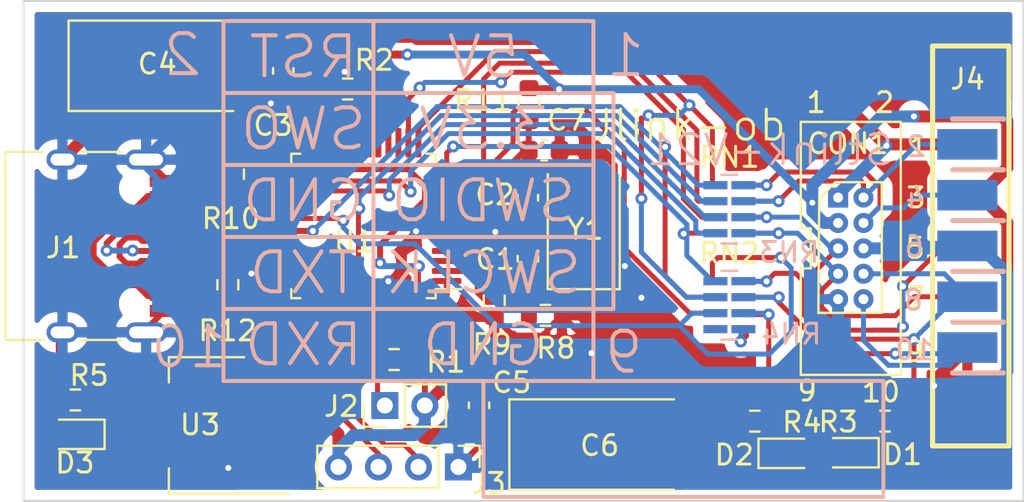
<source format=kicad_pcb>
(kicad_pcb (version 20171130) (host pcbnew "(5.1.9-0-10_14)")
  (layers (0 F.Cu signal) (31 B.Cu signal) (34 B.Paste user) (35 F.Paste user) (36 B.SilkS user) (37 F.SilkS user) (38 B.Mask user) (39 F.Mask user) (44 Edge.Cuts user))
  (net 0 "")
  (net 1 "Net-(U1-Pad46)")
  (net 2 "Net-(U1-Pad45)")
  (net 3 "Net-(U1-Pad43)")
  (net 4 "Net-(U1-Pad41)")
  (net 5 "Net-(U1-Pad40)")
  (net 6 "Net-(U1-Pad39)")
  (net 7 "Net-(U1-Pad38)")
  (net 8 "Net-(U1-Pad29)")
  (net 9 "Net-(U1-Pad28)")
  (net 10 "Net-(U1-Pad22)")
  (net 11 "Net-(U1-Pad21)")
  (net 12 "Net-(U1-Pad19)")
  (net 13 "Net-(U1-Pad18)")
  (net 14 "Net-(U1-Pad17)")
  (net 15 "Net-(U1-Pad16)")
  (net 16 "Net-(U1-Pad15)")
  (net 17 "Net-(U1-Pad4)")
  (net 18 "Net-(J1-PadB8)")
  (net 19 "Net-(J1-PadA5)")
  (net 20 "Net-(J1-PadA8)")
  (net 21 "Net-(J1-PadB5)")
  (net 22 GND)
  (net 23 "Net-(C1-Pad1)")
  (net 24 "Net-(C2-Pad1)")
  (net 25 VBUS)
  (net 26 USB_DP)
  (net 27 USB_DM)
  (net 28 +3V3)
  (net 29 m_CLK)
  (net 30 m_DIO)
  (net 31 RXD)
  (net 32 TXD)
  (net 33 SWDIO)
  (net 34 SWO)
  (net 35 SWCLK)
  (net 36 RST)
  (net 37 GREEN)
  (net 38 "Net-(J2-Pad1)")
  (net 39 "Net-(R2-Pad1)")
  (net 40 "Net-(D1-Pad1)")
  (net 41 "Net-(D2-Pad1)")
  (net 42 "Net-(D3-Pad1)")
  (net 43 PA9)
  (net 44 PA0)
  (net 45 PA3)
  (net 46 PA1)
  (net 47 PA4)
  (net 48 PA2)
  (net 49 PA10)
  (net 50 PB6)
  (net 51 PB13)
  (net 52 PB14)
  (net 53 "Net-(C7-Pad1)")
  (net 54 "Net-(R8-Pad1)")
  (net 55 "Net-(R9-Pad1)")
  (net 56 "Net-(R10-Pad1)")
  (net 57 "Net-(RN2-Pad5)")
  (net 58 "Net-(RN2-Pad4)")
  (net 59 "Net-(RN4-Pad5)")
  (module mybays_connector:R_Array_4x0603_jump_0.2 (layer B.Cu) (at 135.3 90.21 180)
    (fp_text reference RN4 (at -3.09 -1.45) (layer B.SilkS) (effects (justify mirror)))
    (fp_text value RTA03-4D391JTP)
    (pad 5 smd rect (at 0.7 -1.2 180) (size 1.2 0.4) (layers B.Cu B.Paste B.Mask) (net 59 "Net-(RN4-Pad5)"))
    (pad 6 smd rect (at 0.7 -0.4 180) (size 1.2 0.4) (layers B.Cu B.Paste B.Mask) (net 43 PA9))
    (pad 7 smd rect (at 0.7 0.4 180) (size 1.2 0.4) (layers B.Cu B.Paste B.Mask) (net 45 PA3))
    (pad 8 smd rect (at 0.7 1.2 180) (size 1.2 0.4) (layers B.Cu B.Paste B.Mask) (net 48 PA2))
    (pad 4 smd rect (at -0.7 -1.2 180) (size 1.2 0.4) (layers B.Cu B.Paste B.Mask) (net 57 "Net-(RN2-Pad5)"))
    (pad 1 smd rect (at -0.7 1.2 180) (size 1.2 0.4) (layers B.Cu B.Paste B.Mask) (net 32 TXD))
    (pad 3 smd rect (at -0.7 -0.4 180) (size 1.2 0.4) (layers B.Cu B.Paste B.Mask) (net 37 GREEN))
    (pad 2 smd rect (at -0.7 0.4 180) (size 1.2 0.4) (layers B.Cu B.Paste B.Mask) (net 31 RXD))
  )
  (module mybays_connector:R_Array_4x0603_jump_0.2 (layer B.Cu) (at 135.3 85.41 180)
    (fp_text reference RN3 (at -2.99 -2.16) (layer B.SilkS) (effects (justify mirror)))
    (fp_text value RTA03-4D391JTP)
    (pad 5 smd rect (at 0.7 -1.2 180) (size 1.2 0.4) (layers B.Cu B.Paste B.Mask) (net 51 PB13))
    (pad 6 smd rect (at 0.7 -0.4 180) (size 1.2 0.4) (layers B.Cu B.Paste B.Mask) (net 52 PB14))
    (pad 7 smd rect (at 0.7 0.4 180) (size 1.2 0.4) (layers B.Cu B.Paste B.Mask) (net 50 PB6))
    (pad 8 smd rect (at 0.7 1.2 180) (size 1.2 0.4) (layers B.Cu B.Paste B.Mask) (net 49 PA10))
    (pad 4 smd rect (at -0.7 -1.2 180) (size 1.2 0.4) (layers B.Cu B.Paste B.Mask) (net 35 SWCLK))
    (pad 1 smd rect (at -0.7 1.2 180) (size 1.2 0.4) (layers B.Cu B.Paste B.Mask) (net 34 SWO))
    (pad 3 smd rect (at -0.7 -0.4 180) (size 1.2 0.4) (layers B.Cu B.Paste B.Mask) (net 33 SWDIO))
    (pad 2 smd rect (at -0.7 0.4 180) (size 1.2 0.4) (layers B.Cu B.Paste B.Mask) (net 36 RST))
  )
  (module mybays_connector:R_Array_4x0603_jump_0.2 (layer F.Cu) (at 135.3 90.21)
    (fp_text reference RN2 (at 0 -2.6) (layer F.SilkS))
    (fp_text value RTA03-4D391JTP)
    (pad 5 smd rect (at 0.7 1.2) (size 1.2 0.4) (layers F.Cu F.Paste F.Mask) (net 57 "Net-(RN2-Pad5)"))
    (pad 6 smd rect (at 0.7 0.4) (size 1.2 0.4) (layers F.Cu F.Paste F.Mask) (net 37 GREEN))
    (pad 7 smd rect (at 0.7 -0.4) (size 1.2 0.4) (layers F.Cu F.Paste F.Mask) (net 31 RXD))
    (pad 8 smd rect (at 0.7 -1.2) (size 1.2 0.4) (layers F.Cu F.Paste F.Mask) (net 32 TXD))
    (pad 4 smd rect (at -0.7 1.2) (size 1.2 0.4) (layers F.Cu F.Paste F.Mask) (net 58 "Net-(RN2-Pad4)"))
    (pad 1 smd rect (at -0.7 -1.2) (size 1.2 0.4) (layers F.Cu F.Paste F.Mask) (net 43 PA9))
    (pad 3 smd rect (at -0.7 0.4) (size 1.2 0.4) (layers F.Cu F.Paste F.Mask) (net 44 PA0))
    (pad 2 smd rect (at -0.7 -0.4) (size 1.2 0.4) (layers F.Cu F.Paste F.Mask) (net 49 PA10))
  )
  (module mybays_connector:R_Array_4x0603_jump_0.2 (layer F.Cu) (at 135.3 85.41)
    (fp_text reference RN1 (at 0 -2.6) (layer F.SilkS))
    (fp_text value RTA03-4D391JTP)
    (pad 5 smd rect (at 0.7 1.2) (size 1.2 0.4) (layers F.Cu F.Paste F.Mask) (net 35 SWCLK))
    (pad 6 smd rect (at 0.7 0.4) (size 1.2 0.4) (layers F.Cu F.Paste F.Mask) (net 33 SWDIO))
    (pad 7 smd rect (at 0.7 -0.4) (size 1.2 0.4) (layers F.Cu F.Paste F.Mask) (net 36 RST))
    (pad 8 smd rect (at 0.7 -1.2) (size 1.2 0.4) (layers F.Cu F.Paste F.Mask) (net 34 SWO))
    (pad 4 smd rect (at -0.7 1.2) (size 1.2 0.4) (layers F.Cu F.Paste F.Mask) (net 48 PA2))
    (pad 1 smd rect (at -0.7 -1.2) (size 1.2 0.4) (layers F.Cu F.Paste F.Mask) (net 45 PA3))
    (pad 3 smd rect (at -0.7 0.4) (size 1.2 0.4) (layers F.Cu F.Paste F.Mask) (net 47 PA4))
    (pad 2 smd rect (at -0.7 -0.4) (size 1.2 0.4) (layers F.Cu F.Paste F.Mask) (net 46 PA1))
  )
  (module Capacitor_Tantalum_SMD:CP_EIA-7343-43_Kemet-X_Pad2.25x2.55mm_HandSolder (layer F.Cu) (at 128.88 97.18)
    (fp_text reference C6 (at -0.07 0.05) (layer F.SilkS))
    (fp_text value C)
    (pad 2 smd roundrect (at 3.2 0) (size 2.25 2.55) (layers F.Cu F.Paste F.Mask) (roundrect_rratio 0.111111) (net 28 +3V3))
    (pad 1 smd roundrect (at -3.2 0) (size 2.25 2.55) (layers F.Cu F.Paste F.Mask) (roundrect_rratio 0.111111) (net 22 GND))
  )
  (module Capacitor_Tantalum_SMD:CP_EIA-7343-43_Kemet-X_Pad2.25x2.55mm_HandSolder (layer F.Cu) (at 106.84 78.24)
    (fp_text reference C4 (at -0.15 -0.09) (layer F.SilkS))
    (fp_text value C)
    (pad 2 smd roundrect (at 3.2 0) (size 2.25 2.55) (layers F.Cu F.Paste F.Mask) (roundrect_rratio 0.111111) (net 25 VBUS))
    (pad 1 smd roundrect (at -3.2 0) (size 2.25 2.55) (layers F.Cu F.Paste F.Mask) (roundrect_rratio 0.111111) (net 22 GND))
  )
  (module Crystal:Crystal_SMD_5032-2Pin_5.0x3.2mm (layer F.Cu) (at 128.016 86.36 90)
    (fp_text reference Y1 (at -0.05 0.074 180) (layer F.SilkS))
    (fp_text value Crystal_Small)
    (pad 2 smd rect (at 1.85 0 90) (size 2 2.4) (layers F.Cu F.Paste F.Mask) (net 24 "Net-(C2-Pad1)"))
    (pad 1 smd rect (at -1.85 0 90) (size 2 2.4) (layers F.Cu F.Paste F.Mask) (net 23 "Net-(C1-Pad1)"))
  )
  (module Resistor_SMD:R_0603_1608Metric (layer F.Cu) (at 110.22 89.19 270)
    (fp_text reference R12 (at 2.3 0.02 180) (layer F.SilkS))
    (fp_text value 10k)
    (pad 2 smd roundrect (at 0.825 0 270) (size 0.8 0.95) (layers F.Cu F.Paste F.Mask) (net 28 +3V3))
    (pad 1 smd roundrect (at -0.825 0 270) (size 0.8 0.95) (layers F.Cu F.Paste F.Mask) (net 26 USB_DP))
  )
  (module Resistor_SMD:R_0603_1608Metric (layer F.Cu) (at 125.28 80.18 90)
    (fp_text reference R11 (at 0.21 -2.31 180) (layer F.SilkS))
    (fp_text value 10k)
    (pad 2 smd roundrect (at 0.825 0 90) (size 0.8 0.95) (layers F.Cu F.Paste F.Mask) (net 28 +3V3))
    (pad 1 smd roundrect (at -0.825 0 90) (size 0.8 0.95) (layers F.Cu F.Paste F.Mask) (net 53 "Net-(C7-Pad1)"))
  )
  (module Resistor_SMD:R_0603_1608Metric (layer F.Cu) (at 110.5 83.66 270)
    (fp_text reference R10 (at 2.22 0.13 180) (layer F.SilkS))
    (fp_text value 10k)
    (pad 2 smd roundrect (at 0.825 0 270) (size 0.8 0.95) (layers F.Cu F.Paste F.Mask) (net 52 PB14))
    (pad 1 smd roundrect (at -0.825 0 270) (size 0.8 0.95) (layers F.Cu F.Paste F.Mask) (net 56 "Net-(R10-Pad1)"))
  )
  (module Resistor_SMD:R_0603_1608Metric (layer F.Cu) (at 123.54 89.97 270)
    (fp_text reference R9 (at 2.2 0.11 180) (layer F.SilkS))
    (fp_text value 10k)
    (pad 2 smd roundrect (at 0.825 0 270) (size 0.8 0.95) (layers F.Cu F.Paste F.Mask) (net 22 GND))
    (pad 1 smd roundrect (at -0.825 0 270) (size 0.8 0.95) (layers F.Cu F.Paste F.Mask) (net 55 "Net-(R9-Pad1)"))
  )
  (module Resistor_SMD:R_0603_1608Metric (layer F.Cu) (at 126.1 90.72)
    (fp_text reference R8 (at 0.52 1.64) (layer F.SilkS))
    (fp_text value 10k)
    (pad 2 smd roundrect (at 0.825 0) (size 0.8 0.95) (layers F.Cu F.Paste F.Mask) (net 22 GND))
    (pad 1 smd roundrect (at -0.825 0) (size 0.8 0.95) (layers F.Cu F.Paste F.Mask) (net 54 "Net-(R8-Pad1)"))
  )
  (module Capacitor_SMD:C_0603_1608Metric (layer F.Cu) (at 126.04 82.47)
    (fp_text reference C7 (at 1.12 -1.51) (layer F.SilkS))
    (fp_text value C)
    (pad 2 smd roundrect (at 0.775 0) (size 0.9 0.95) (layers F.Cu F.Paste F.Mask) (net 22 GND))
    (pad 1 smd roundrect (at -0.775 0) (size 0.9 0.95) (layers F.Cu F.Paste F.Mask) (net 53 "Net-(C7-Pad1)"))
  )
  (module Capacitor_SMD:C_0603_1608Metric (layer F.Cu) (at 122.78 95.22 90)
    (fp_text reference C5 (at 1.14 1.63 180) (layer F.SilkS))
    (fp_text value C)
    (pad 2 smd roundrect (at 0.775 0 90) (size 0.9 0.95) (layers F.Cu F.Paste F.Mask) (net 28 +3V3))
    (pad 1 smd roundrect (at -0.775 0 90) (size 0.9 0.95) (layers F.Cu F.Paste F.Mask) (net 22 GND))
  )
  (module Capacitor_SMD:C_0603_1608Metric (layer F.Cu) (at 112.99 78.5 90)
    (fp_text reference C3 (at -2.72 -0.51 180) (layer F.SilkS))
    (fp_text value C)
    (pad 2 smd roundrect (at 0.775 0 90) (size 0.9 0.95) (layers F.Cu F.Paste F.Mask) (net 25 VBUS))
    (pad 1 smd roundrect (at -0.775 0 90) (size 0.9 0.95) (layers F.Cu F.Paste F.Mask) (net 22 GND))
  )
  (module Capacitor_SMD:C_0603_1608Metric (layer F.Cu) (at 125.222 84.836 270)
    (fp_text reference C2 (at -0.146 1.652 180) (layer F.SilkS))
    (fp_text value C)
    (pad 2 smd roundrect (at 0.775 0 270) (size 0.9 0.95) (layers F.Cu F.Paste F.Mask) (net 22 GND))
    (pad 1 smd roundrect (at -0.775 0 270) (size 0.9 0.95) (layers F.Cu F.Paste F.Mask) (net 24 "Net-(C2-Pad1)"))
  )
  (module Capacitor_SMD:C_0603_1608Metric (layer F.Cu) (at 125.222 87.884 90)
    (fp_text reference C1 (at -0.036 -1.632 180) (layer F.SilkS))
    (fp_text value C)
    (pad 2 smd roundrect (at 0.775 0 90) (size 0.9 0.95) (layers F.Cu F.Paste F.Mask) (net 22 GND))
    (pad 1 smd roundrect (at -0.775 0 90) (size 0.9 0.95) (layers F.Cu F.Paste F.Mask) (net 23 "Net-(C1-Pad1)"))
  )
  (module Package_QFP:LQFP-48_7x7mm_P0.5mm (layer F.Cu) (at 117 86.25 180)
    (fp_text reference U1 (at 0.47 -0.8) (layer F.SilkS))
    (fp_text value STM32F103CBTx)
    (pad 48 smd roundrect (at -2.75 -4.1625 180) (size 0.3 1.475) (layers F.Cu F.Paste F.Mask) (net 28 +3V3))
    (pad 47 smd roundrect (at -2.25 -4.1625 180) (size 0.3 1.475) (layers F.Cu F.Paste F.Mask) (net 22 GND))
    (pad 46 smd roundrect (at -1.75 -4.1625 180) (size 0.3 1.475) (layers F.Cu F.Paste F.Mask) (net 1 "Net-(U1-Pad46)"))
    (pad 45 smd roundrect (at -1.25 -4.1625 180) (size 0.3 1.475) (layers F.Cu F.Paste F.Mask) (net 2 "Net-(U1-Pad45)"))
    (pad 44 smd roundrect (at -0.75 -4.1625 180) (size 0.3 1.475) (layers F.Cu F.Paste F.Mask) (net 38 "Net-(J2-Pad1)"))
    (pad 43 smd roundrect (at -0.25 -4.1625 180) (size 0.3 1.475) (layers F.Cu F.Paste F.Mask) (net 3 "Net-(U1-Pad43)"))
    (pad 42 smd roundrect (at 0.25 -4.1625 180) (size 0.3 1.475) (layers F.Cu F.Paste F.Mask) (net 50 PB6))
    (pad 41 smd roundrect (at 0.75 -4.1625 180) (size 0.3 1.475) (layers F.Cu F.Paste F.Mask) (net 4 "Net-(U1-Pad41)"))
    (pad 40 smd roundrect (at 1.25 -4.1625 180) (size 0.3 1.475) (layers F.Cu F.Paste F.Mask) (net 5 "Net-(U1-Pad40)"))
    (pad 39 smd roundrect (at 1.75 -4.1625 180) (size 0.3 1.475) (layers F.Cu F.Paste F.Mask) (net 6 "Net-(U1-Pad39)"))
    (pad 38 smd roundrect (at 2.25 -4.1625 180) (size 0.3 1.475) (layers F.Cu F.Paste F.Mask) (net 7 "Net-(U1-Pad38)"))
    (pad 37 smd roundrect (at 2.75 -4.1625 180) (size 0.3 1.475) (layers F.Cu F.Paste F.Mask) (net 29 m_CLK))
    (pad 36 smd roundrect (at 4.1625 -2.75 180) (size 1.475 0.3) (layers F.Cu F.Paste F.Mask) (net 28 +3V3))
    (pad 35 smd roundrect (at 4.1625 -2.25 180) (size 1.475 0.3) (layers F.Cu F.Paste F.Mask) (net 22 GND))
    (pad 34 smd roundrect (at 4.1625 -1.75 180) (size 1.475 0.3) (layers F.Cu F.Paste F.Mask) (net 30 m_DIO))
    (pad 33 smd roundrect (at 4.1625 -1.25 180) (size 1.475 0.3) (layers F.Cu F.Paste F.Mask) (net 26 USB_DP))
    (pad 32 smd roundrect (at 4.1625 -0.75 180) (size 1.475 0.3) (layers F.Cu F.Paste F.Mask) (net 27 USB_DM))
    (pad 31 smd roundrect (at 4.1625 -0.25 180) (size 1.475 0.3) (layers F.Cu F.Paste F.Mask) (net 49 PA10))
    (pad 30 smd roundrect (at 4.1625 0.25 180) (size 1.475 0.3) (layers F.Cu F.Paste F.Mask) (net 43 PA9))
    (pad 29 smd roundrect (at 4.1625 0.75 180) (size 1.475 0.3) (layers F.Cu F.Paste F.Mask) (net 8 "Net-(U1-Pad29)"))
    (pad 28 smd roundrect (at 4.1625 1.25 180) (size 1.475 0.3) (layers F.Cu F.Paste F.Mask) (net 9 "Net-(U1-Pad28)"))
    (pad 27 smd roundrect (at 4.1625 1.75 180) (size 1.475 0.3) (layers F.Cu F.Paste F.Mask) (net 52 PB14))
    (pad 26 smd roundrect (at 4.1625 2.25 180) (size 1.475 0.3) (layers F.Cu F.Paste F.Mask) (net 51 PB13))
    (pad 25 smd roundrect (at 4.1625 2.75 180) (size 1.475 0.3) (layers F.Cu F.Paste F.Mask) (net 56 "Net-(R10-Pad1)"))
    (pad 24 smd roundrect (at 2.75 4.1625 180) (size 0.3 1.475) (layers F.Cu F.Paste F.Mask) (net 28 +3V3))
    (pad 23 smd roundrect (at 2.25 4.1625 180) (size 0.3 1.475) (layers F.Cu F.Paste F.Mask) (net 22 GND))
    (pad 22 smd roundrect (at 1.75 4.1625 180) (size 0.3 1.475) (layers F.Cu F.Paste F.Mask) (net 10 "Net-(U1-Pad22)"))
    (pad 21 smd roundrect (at 1.25 4.1625 180) (size 0.3 1.475) (layers F.Cu F.Paste F.Mask) (net 11 "Net-(U1-Pad21)"))
    (pad 20 smd roundrect (at 0.75 4.1625 180) (size 0.3 1.475) (layers F.Cu F.Paste F.Mask) (net 39 "Net-(R2-Pad1)"))
    (pad 19 smd roundrect (at 0.25 4.1625 180) (size 0.3 1.475) (layers F.Cu F.Paste F.Mask) (net 12 "Net-(U1-Pad19)"))
    (pad 18 smd roundrect (at -0.25 4.1625 180) (size 0.3 1.475) (layers F.Cu F.Paste F.Mask) (net 13 "Net-(U1-Pad18)"))
    (pad 17 smd roundrect (at -0.75 4.1625 180) (size 0.3 1.475) (layers F.Cu F.Paste F.Mask) (net 14 "Net-(U1-Pad17)"))
    (pad 16 smd roundrect (at -1.25 4.1625 180) (size 0.3 1.475) (layers F.Cu F.Paste F.Mask) (net 15 "Net-(U1-Pad16)"))
    (pad 15 smd roundrect (at -1.75 4.1625 180) (size 0.3 1.475) (layers F.Cu F.Paste F.Mask) (net 16 "Net-(U1-Pad15)"))
    (pad 14 smd roundrect (at -2.25 4.1625 180) (size 0.3 1.475) (layers F.Cu F.Paste F.Mask) (net 47 PA4))
    (pad 13 smd roundrect (at -2.75 4.1625 180) (size 0.3 1.475) (layers F.Cu F.Paste F.Mask) (net 45 PA3))
    (pad 12 smd roundrect (at -4.1625 2.75 180) (size 1.475 0.3) (layers F.Cu F.Paste F.Mask) (net 48 PA2))
    (pad 11 smd roundrect (at -4.1625 2.25 180) (size 1.475 0.3) (layers F.Cu F.Paste F.Mask) (net 46 PA1))
    (pad 10 smd roundrect (at -4.1625 1.75 180) (size 1.475 0.3) (layers F.Cu F.Paste F.Mask) (net 44 PA0))
    (pad 9 smd roundrect (at -4.1625 1.25 180) (size 1.475 0.3) (layers F.Cu F.Paste F.Mask) (net 28 +3V3))
    (pad 8 smd roundrect (at -4.1625 0.75 180) (size 1.475 0.3) (layers F.Cu F.Paste F.Mask) (net 22 GND))
    (pad 7 smd roundrect (at -4.1625 0.25 180) (size 1.475 0.3) (layers F.Cu F.Paste F.Mask) (net 53 "Net-(C7-Pad1)"))
    (pad 6 smd roundrect (at -4.1625 -0.25 180) (size 1.475 0.3) (layers F.Cu F.Paste F.Mask) (net 24 "Net-(C2-Pad1)"))
    (pad 5 smd roundrect (at -4.1625 -0.75 180) (size 1.475 0.3) (layers F.Cu F.Paste F.Mask) (net 23 "Net-(C1-Pad1)"))
    (pad 4 smd roundrect (at -4.1625 -1.25 180) (size 1.475 0.3) (layers F.Cu F.Paste F.Mask) (net 17 "Net-(U1-Pad4)"))
    (pad 3 smd roundrect (at -4.1625 -1.75 180) (size 1.475 0.3) (layers F.Cu F.Paste F.Mask) (net 55 "Net-(R9-Pad1)"))
    (pad 2 smd roundrect (at -4.1625 -2.25 180) (size 1.475 0.3) (layers F.Cu F.Paste F.Mask) (net 54 "Net-(R8-Pad1)"))
    (pad 1 smd roundrect (at -4.1625 -2.75 180) (size 1.475 0.3) (layers F.Cu F.Paste F.Mask) (net 28 +3V3))
  )
  (module Resistor_SMD:R_0603_1608Metric (layer F.Cu) (at 102.59 94.95)
    (fp_text reference R5 (at 0.69 -1.23) (layer F.SilkS))
    (fp_text value 1k)
    (pad 2 smd roundrect (at 0.825 0) (size 0.8 0.95) (layers F.Cu F.Paste F.Mask) (net 42 "Net-(D3-Pad1)"))
    (pad 1 smd roundrect (at -0.825 0) (size 0.8 0.95) (layers F.Cu F.Paste F.Mask) (net 22 GND))
  )
  (module Resistor_SMD:R_0603_1608Metric (layer F.Cu) (at 136.57 96.01)
    (fp_text reference R4 (at 2.35 0.06) (layer F.SilkS))
    (fp_text value 1k)
    (pad 2 smd roundrect (at 0.825 0) (size 0.8 0.95) (layers F.Cu F.Paste F.Mask) (net 41 "Net-(D2-Pad1)"))
    (pad 1 smd roundrect (at -0.825 0) (size 0.8 0.95) (layers F.Cu F.Paste F.Mask) (net 37 GREEN))
  )
  (module Resistor_SMD:R_0603_1608Metric (layer F.Cu) (at 143.08 96.01 180)
    (fp_text reference R3 (at 2.34 -0.04) (layer F.SilkS))
    (fp_text value 1k)
    (pad 2 smd roundrect (at 0.825 0 180) (size 0.8 0.95) (layers F.Cu F.Paste F.Mask) (net 40 "Net-(D1-Pad1)"))
    (pad 1 smd roundrect (at -0.825 0 180) (size 0.8 0.95) (layers F.Cu F.Paste F.Mask) (net 32 TXD))
  )
  (module LED_SMD:LED_0603_1608Metric (layer F.Cu) (at 102.57 96.67 180)
    (fp_text reference D3 (at 0 -1.43) (layer F.SilkS))
    (fp_text value LED)
    (pad 2 smd roundrect (at 0.7875 0 180) (size 0.875 0.95) (layers F.Cu F.Paste F.Mask) (net 28 +3V3))
    (pad 1 smd roundrect (at -0.7875 0 180) (size 0.875 0.95) (layers F.Cu F.Paste F.Mask) (net 42 "Net-(D3-Pad1)"))
  )
  (module LED_SMD:LED_0603_1608Metric (layer F.Cu) (at 138.24 97.62)
    (fp_text reference D2 (at -2.7 0.08) (layer F.SilkS))
    (fp_text value LED)
    (pad 2 smd roundrect (at 0.7875 0) (size 0.875 0.95) (layers F.Cu F.Paste F.Mask) (net 28 +3V3))
    (pad 1 smd roundrect (at -0.7875 0) (size 0.875 0.95) (layers F.Cu F.Paste F.Mask) (net 41 "Net-(D2-Pad1)"))
  )
  (module LED_SMD:LED_0603_1608Metric (layer F.Cu) (at 141.28 97.59 180)
    (fp_text reference D1 (at -2.67 -0.09) (layer F.SilkS))
    (fp_text value LED)
    (pad 2 smd roundrect (at 0.7875 0 180) (size 0.875 0.95) (layers F.Cu F.Paste F.Mask) (net 28 +3V3))
    (pad 1 smd roundrect (at -0.7875 0 180) (size 0.875 0.95) (layers F.Cu F.Paste F.Mask) (net 40 "Net-(D1-Pad1)"))
  )
  (module Package_TO_SOT_SMD:SOT-223 (layer F.Cu) (at 109.18 96.22 180)
    (fp_text reference U3 (at 0.35 0.03) (layer F.SilkS))
    (fp_text value LM1117-3.3)
    (pad 1 smd rect (at -3.15 -2.3 180) (size 2 1.5) (layers F.Cu F.Paste F.Mask) (net 22 GND))
    (pad 3 smd rect (at -3.15 2.3 180) (size 2 1.5) (layers F.Cu F.Paste F.Mask) (net 25 VBUS))
    (pad 2 smd rect (at -3.15 0 180) (size 2 1.5) (layers F.Cu F.Paste F.Mask) (net 28 +3V3))
    (pad 4 smd rect (at 3.15 0 180) (size 2 3.8) (layers F.Cu F.Paste F.Mask))
  )
  (module mybays_connector:S_2.54_2_5P_JX (layer F.Cu) (at 146.46 87.25 270)
    (fp_text reference J4 (at -8.34 -0.75 180) (layer F.SilkS))
    (fp_text value Conn_02x05_Odd_Even)
    (pad 10 smd rect (at 5.079746 -0.739394) (size 2.999994 1.519936) (layers B.Cu B.Paste B.Mask) (net 31 RXD))
    (pad 8 smd rect (at 2.539746 -0.739394) (size 2.999994 1.519936) (layers B.Cu B.Paste B.Mask) (net 32 TXD))
    (pad 6 smd rect (at -0.000254 -0.739394) (size 2.999994 1.519936) (layers B.Cu B.Paste B.Mask) (net 22 GND))
    (pad 4 smd rect (at -2.540254 -0.739394) (size 2.999994 1.519936) (layers B.Cu B.Paste B.Mask) (net 34 SWO))
    (pad 2 smd rect (at -5.080254 -0.739394) (size 2.999994 1.519936) (layers B.Cu B.Paste B.Mask) (net 36 RST))
    (pad 1 smd rect (at -5.080254 -0.739394) (size 2.999994 1.519936) (layers F.Cu F.Paste F.Mask) (net 25 VBUS))
    (pad 3 smd rect (at -2.540254 -0.739394) (size 2.999994 1.519936) (layers F.Cu F.Paste F.Mask) (net 28 +3V3))
    (pad 5 smd rect (at -0.000254 -0.739394) (size 2.999994 1.519936) (layers F.Cu F.Paste F.Mask) (net 33 SWDIO))
    (pad 7 smd rect (at 2.539746 -0.739394) (size 2.999994 1.519936) (layers F.Cu F.Paste F.Mask) (net 35 SWCLK))
    (pad 9 smd rect (at 5.079746 -0.739394) (size 2.999994 1.519936) (layers F.Cu F.Paste F.Mask) (net 22 GND))
  )
  (module Connector_PinHeader_2.00mm:PinHeader_1x04_P2.00mm_Vertical (layer F.Cu) (at 121.75 98.3 270)
    (fp_text reference J3 (at 0.82 -1.51 180) (layer F.SilkS))
    (fp_text value Conn_01x04)
    (pad 4 thru_hole oval (at 0 6 270) (size 1.35 1.35) (drill 0.8) (layers *.Cu *.Mask) (net 28 +3V3))
    (pad 3 thru_hole oval (at 0 4 270) (size 1.35 1.35) (drill 0.8) (layers *.Cu *.Mask) (net 30 m_DIO))
    (pad 2 thru_hole oval (at 0 2 270) (size 1.35 1.35) (drill 0.8) (layers *.Cu *.Mask) (net 29 m_CLK))
    (pad 1 thru_hole rect (at 0 0 270) (size 1.35 1.35) (drill 0.8) (layers *.Cu *.Mask) (net 22 GND))
  )
  (module mybays_connector:debugger_2x05_P1.27mm_Vertical (layer F.Cu) (at 141.37 87.37)
    (fp_text reference CON1 (at -0.15 -5.24) (layer F.SilkS))
    (fp_text value CORTEX-DEBUGGER_HOST)
    (pad 9 thru_hole oval (at -0.635 2.54) (size 1 1) (drill 0.5) (layers *.Cu *.Mask) (net 22 GND))
    (pad 10 thru_hole oval (at 0.635 2.54) (size 1 1) (drill 0.5) (layers *.Cu *.Mask) (net 31 RXD))
    (pad 7 thru_hole oval (at -0.635 1.27) (size 1 1) (drill 0.5) (layers *.Cu *.Mask) (net 35 SWCLK))
    (pad 8 thru_hole oval (at 0.635 1.27) (size 1 1) (drill 0.5) (layers *.Cu *.Mask) (net 32 TXD))
    (pad 5 thru_hole oval (at -0.635 0) (size 1 1) (drill 0.5) (layers *.Cu *.Mask) (net 33 SWDIO))
    (pad 6 thru_hole oval (at 0.635 0) (size 1 1) (drill 0.5) (layers *.Cu *.Mask) (net 22 GND))
    (pad 3 thru_hole oval (at -0.635 -1.27) (size 1 1) (drill 0.5) (layers *.Cu *.Mask) (net 28 +3V3))
    (pad 4 thru_hole oval (at 0.635 -1.27) (size 1 1) (drill 0.5) (layers *.Cu *.Mask) (net 34 SWO))
    (pad 2 thru_hole oval (at 0.635 -2.54) (size 1 1) (drill 0.5) (layers *.Cu *.Mask) (net 36 RST))
    (pad 1 thru_hole rect (at -0.635 -2.54) (size 1 1) (drill 0.5) (layers *.Cu *.Mask) (net 25 VBUS))
  )
  (module Resistor_SMD:R_0603_1608Metric (layer F.Cu) (at 116.21 79.4 180)
    (fp_text reference R2 (at -1.32 1.44) (layer F.SilkS))
    (fp_text value 10k)
    (pad 2 smd roundrect (at 0.825 0 180) (size 0.8 0.95) (layers F.Cu F.Paste F.Mask) (net 22 GND))
    (pad 1 smd roundrect (at -0.825 0 180) (size 0.8 0.95) (layers F.Cu F.Paste F.Mask) (net 39 "Net-(R2-Pad1)"))
  )
  (module Resistor_SMD:R_0603_1608Metric (layer F.Cu) (at 118.53 92.93)
    (fp_text reference R1 (at 2.59 0.13) (layer F.SilkS))
    (fp_text value 10k)
    (pad 2 smd roundrect (at 0.825 0) (size 0.8 0.95) (layers F.Cu F.Paste F.Mask) (net 22 GND))
    (pad 1 smd roundrect (at -0.825 0) (size 0.8 0.95) (layers F.Cu F.Paste F.Mask) (net 38 "Net-(J2-Pad1)"))
  )
  (module Connector_PinHeader_2.00mm:PinHeader_1x02_P2.00mm_Vertical (layer F.Cu) (at 118.07 95.23 90)
    (fp_text reference J2 (at -0.04 -2.18 180) (layer F.SilkS))
    (fp_text value Conn_01x02)
    (pad 2 thru_hole oval (at 0 2 90) (size 1.35 1.35) (drill 0.8) (layers *.Cu *.Mask) (net 28 +3V3))
    (pad 1 thru_hole rect (at 0 0 90) (size 1.35 1.35) (drill 0.8) (layers *.Cu *.Mask) (net 38 "Net-(J2-Pad1)"))
  )
  (module mybays_connector:USB_C (layer F.Cu) (at 103 87.25 270)
    (fp_text reference J1 (at 0.09 1.02 180) (layer F.SilkS))
    (fp_text value USB_C)
    (pad B1 smd rect (at 3.25 -4.045 270) (size 0.6 1.45) (layers F.Cu F.Paste F.Mask) (net 22 GND))
    (pad A9 smd rect (at 2.45 -4.045 270) (size 0.6 1.45) (layers F.Cu F.Paste F.Mask) (net 25 VBUS))
    (pad B9 smd rect (at -2.45 -4.045 270) (size 0.6 1.45) (layers F.Cu F.Paste F.Mask) (net 25 VBUS))
    (pad B12 smd rect (at -3.25 -4.045 270) (size 0.6 1.45) (layers F.Cu F.Paste F.Mask) (net 22 GND))
    (pad A1 smd rect (at -3.25 -4.045 270) (size 0.6 1.45) (layers F.Cu F.Paste F.Mask) (net 22 GND))
    (pad A4 smd rect (at -2.45 -4.045 270) (size 0.6 1.45) (layers F.Cu F.Paste F.Mask) (net 25 VBUS))
    (pad B4 smd rect (at 2.45 -4.045 270) (size 0.6 1.45) (layers F.Cu F.Paste F.Mask) (net 25 VBUS))
    (pad A12 smd rect (at 3.25 -4.045 270) (size 0.6 1.45) (layers F.Cu F.Paste F.Mask) (net 22 GND))
    (pad B8 smd rect (at -1.75 -4.045 270) (size 0.3 1.45) (layers F.Cu F.Paste F.Mask) (net 18 "Net-(J1-PadB8)"))
    (pad A5 smd rect (at -1.25 -4.045 270) (size 0.3 1.45) (layers F.Cu F.Paste F.Mask) (net 19 "Net-(J1-PadA5)"))
    (pad B7 smd rect (at -0.75 -4.045 270) (size 0.3 1.45) (layers F.Cu F.Paste F.Mask) (net 26 USB_DP))
    (pad A7 smd rect (at 0.25 -4.045 270) (size 0.3 1.45) (layers F.Cu F.Paste F.Mask) (net 26 USB_DP))
    (pad B6 smd rect (at 0.75 -4.045 270) (size 0.3 1.45) (layers F.Cu F.Paste F.Mask) (net 27 USB_DM))
    (pad A8 smd rect (at 1.25 -4.045 270) (size 0.3 1.45) (layers F.Cu F.Paste F.Mask) (net 20 "Net-(J1-PadA8)"))
    (pad B5 smd rect (at 1.75 -4.045 270) (size 0.3 1.45) (layers F.Cu F.Paste F.Mask) (net 21 "Net-(J1-PadB5)"))
    (pad A6 smd rect (at -0.25 -4.045 270) (size 0.3 1.45) (layers F.Cu F.Paste F.Mask) (net 27 USB_DM))
    (pad S1 thru_hole oval (at 4.32 -3.13 270) (size 1 2.1) (drill oval 0.6 1.7) (layers *.Cu *.Mask) (net 22 GND))
    (pad S1 thru_hole oval (at -4.32 -3.13 270) (size 1 2.1) (drill oval 0.6 1.7) (layers *.Cu *.Mask) (net 22 GND))
    (pad "" np_thru_hole circle (at -2.89 -2.6 270) (size 0.65 0.65) (drill 0.65) (layers *.Cu *.Mask))
    (pad S1 thru_hole oval (at -4.32 1.05 270) (size 1 1.6) (drill oval 0.6 1.2) (layers *.Cu *.Mask) (net 22 GND))
    (pad "" np_thru_hole circle (at 2.89 -2.6 270) (size 0.65 0.65) (drill 0.65) (layers *.Cu *.Mask))
    (pad S1 thru_hole oval (at 4.32 1.05 270) (size 1 1.6) (drill oval 0.6 1.2) (layers *.Cu *.Mask) (net 22 GND))
  )
  (gr_line (start 143 94) (end 123.03 94) (layer B.SilkS) (width 0.2))
  (gr_line (start 143 99.6) (end 143 94) (layer B.SilkS) (width 0.2))
  (gr_line (start 123.03 99.8) (end 143 99.8) (layer B.SilkS) (width 0.2))
  (gr_line (start 123 94) (end 123 99.8) (layer B.SilkS) (width 0.2))
  (gr_text 10 (at 108.27 92.3) (layer B.SilkS) (effects (font (size 2 2) (thickness 0.2)) (justify mirror)))
  (gr_text 2 (at 107.95 77.69) (layer B.SilkS) (effects (font (size 2 2) (thickness 0.2)) (justify mirror)))
  (gr_text 9 (at 130.02 92.57) (layer B.SilkS) (effects (font (size 2 2) (thickness 0.2)) (justify mirror)))
  (gr_text 1 (at 130.11 77.74) (layer B.SilkS) (effects (font (size 2 2) (thickness 0.2)) (justify mirror)))
  (gr_text 10 (at 142.88 94.55) (layer F.SilkS) (effects (font (size 1 1))))
  (gr_text 2 (at 143.06 80.08) (layer F.SilkS) (effects (font (size 1 1))))
  (gr_text 9 (at 139.19 94.5) (layer F.SilkS) (effects (font (size 1 1))))
  (gr_text 1 (at 139.64 80.08) (layer F.SilkS) (effects (font (size 1 1))))
  (gr_text 9 (at 144.59 92.53) (layer F.SilkS) (effects (font (size 1 1))))
  (gr_text 7 (at 144.63 89.83) (layer F.SilkS) (effects (font (size 1 1))))
  (gr_text 5 (at 144.59 87.36) (layer F.SilkS) (effects (font (size 1 1))))
  (gr_text 3 (at 144.63 84.84) (layer F.SilkS) (effects (font (size 1 1))))
  (gr_text 1 (at 144.77 82.28) (layer F.SilkS) (effects (font (size 1 1))))
  (gr_text 10 (at 144.54 92.44) (layer B.SilkS) (effects (font (size 1 1)) (justify mirror)))
  (gr_text 8 (at 144.5 89.96) (layer B.SilkS) (effects (font (size 1 1)) (justify mirror)))
  (gr_text 6 (at 144.54 87.27) (layer B.SilkS) (effects (font (size 1 1)) (justify mirror)))
  (gr_text 4 (at 144.59 84.84) (layer B.SilkS) (effects (font (size 1 1)) (justify mirror)))
  (gr_text 2 (at 144.63 82.28) (layer B.SilkS) (effects (font (size 1 1)) (justify mirror)))
  (gr_line (start 129.5 90.4) (end 128.4 90.4) (layer B.SilkS) (width 0.2))
  (gr_line (start 129.5 79.61) (end 129.5 90.31) (layer B.SilkS) (width 0.2))
  (gr_line (start 128.45 79.6) (end 129.5 79.6) (layer B.SilkS) (width 0.2))
  (gr_text RXD (at 114 92.2) (layer B.SilkS) (effects (font (size 2 2) (thickness 0.2)) (justify mirror)))
  (gr_text TXD (at 114 88.6) (layer B.SilkS) (effects (font (size 2 2) (thickness 0.2)) (justify mirror)))
  (gr_text SWO (at 114 81.4) (layer B.SilkS) (effects (font (size 2 2) (thickness 0.2)) (justify mirror)))
  (gr_text RST (at 114 77.8) (layer B.SilkS) (effects (font (size 2 2) (thickness 0.2)) (justify mirror)))
  (gr_text GND (at 114 85) (layer B.SilkS) (effects (font (size 2 2) (thickness 0.2)) (justify mirror)))
  (gr_text GND (at 123 92.2) (layer B.SilkS) (effects (font (size 2 2) (thickness 0.2)) (justify mirror)))
  (gr_text SWCLK (at 123 88.6) (layer B.SilkS) (effects (font (size 2 2) (thickness 0.2)) (justify mirror)))
  (gr_text SWDIO (at 123 85) (layer B.SilkS) (effects (font (size 2 2) (thickness 0.2)) (justify mirror)))
  (gr_text 3.3V (at 123 81.4) (layer B.SilkS) (effects (font (size 2 2) (thickness 0.2)) (justify mirror)))
  (gr_text 5V (at 123 77.8) (layer B.SilkS) (effects (font (size 2 2) (thickness 0.2)) (justify mirror)))
  (gr_line (start 117.5 94) (end 117.5 76) (layer B.SilkS) (width 0.2))
  (gr_line (start 110 90.4) (end 128.5 90.4) (layer B.SilkS) (width 0.2))
  (gr_line (start 110 86.8) (end 128.5 86.8) (layer B.SilkS) (width 0.2))
  (gr_line (start 110 83.2) (end 128.5 83.2) (layer B.SilkS) (width 0.2))
  (gr_line (start 110 79.6) (end 128.5 79.6) (layer B.SilkS) (width 0.2))
  (gr_line (start 110 94) (end 110 76) (layer B.SilkS) (width 0.2))
  (gr_line (start 110 94) (end 128.5 94) (layer B.SilkS) (width 0.2))
  (gr_line (start 128.5 76) (end 128.5 94) (layer B.SilkS) (width 0.2))
  (gr_line (start 110 76) (end 128.5 76) (layer B.SilkS) (width 0.2))
  (gr_text Stlink-V21 (at 137.31 82.45) (layer B.SilkS) (effects (font (size 1.5 1.5)) (justify mirror)))
  (gr_text Jlink-ob (at 133.25 81.22) (layer F.SilkS) (effects (font (size 1.5 1.5))))
  (gr_line (start 100 75) (end 150 75) (layer Edge.Cuts) (width 0.1))
  (gr_line (start 100 100) (end 100 75) (layer Edge.Cuts) (width 0.1))
  (gr_line (start 150 100) (end 100 100) (layer Edge.Cuts) (width 0.1))
  (gr_line (start 150 75) (end 150 100) (layer Edge.Cuts) (width 0.1))
  (segment (start 126.875 90.67) (end 126.925 90.72) (width 0.25) (layer F.Cu) (net 22))
  (segment (start 119.25 92.825) (end 119.355 92.93) (width 0.25) (layer F.Cu) (net 22))
  (segment (start 119.25 90.4125) (end 119.25 92.825) (width 0.25) (layer F.Cu) (net 22))
  (segment (start 125.222 85.611) (end 125.222 87.109) (width 0.25) (layer F.Cu) (net 22))
  (segment (start 146.81914 92.71) (end 147.199394 92.329746) (width 0.6) (layer F.Cu) (net 22))
  (via (at 145.542 94.234) (size 0.6) (drill 0.3) (layers F.Cu B.Cu) (net 22))
  (segment (start 114.77499 81.38501) (end 114.77499 80.72501) (width 0.25) (layer F.Cu) (net 22))
  (segment (start 114.75 81.41) (end 114.77499 81.38501) (width 0.25) (layer F.Cu) (net 22))
  (segment (start 114.75 82.0875) (end 114.75 81.41) (width 0.25) (layer F.Cu) (net 22))
  (segment (start 115.385 80.115) (end 115.385 79.4) (width 0.25) (layer F.Cu) (net 22))
  (segment (start 114.77499 80.72501) (end 115.385 80.115) (width 0.25) (layer F.Cu) (net 22))
  (via (at 123.594669 86.545331) (size 0.6) (drill 0.3) (layers F.Cu B.Cu) (net 22))
  (segment (start 124.529 85.611) (end 123.594669 86.545331) (width 0.3) (layer F.Cu) (net 22))
  (segment (start 125.222 85.611) (end 124.529 85.611) (width 0.3) (layer F.Cu) (net 22))
  (via (at 119.629153 86.514331) (size 0.6) (drill 0.3) (layers F.Cu B.Cu) (net 22))
  (segment (start 119.660153 86.545331) (end 119.629153 86.514331) (width 0.3) (layer B.Cu) (net 22))
  (segment (start 123.594669 86.545331) (end 119.660153 86.545331) (width 0.3) (layer B.Cu) (net 22))
  (segment (start 120.323942 85.5) (end 121.1625 85.5) (width 0.3) (layer F.Cu) (net 22))
  (segment (start 120.07499 85.748952) (end 120.323942 85.5) (width 0.3) (layer F.Cu) (net 22))
  (segment (start 120.07499 86.068494) (end 120.07499 85.748952) (width 0.3) (layer F.Cu) (net 22))
  (segment (start 119.629153 86.514331) (end 120.07499 86.068494) (width 0.3) (layer F.Cu) (net 22))
  (segment (start 119.019999 87.123485) (end 119.629153 86.514331) (width 0.3) (layer F.Cu) (net 22))
  (segment (start 119.019999 88.620001) (end 119.019999 87.123485) (width 0.3) (layer F.Cu) (net 22))
  (segment (start 119.25 88.850002) (end 119.019999 88.620001) (width 0.3) (layer F.Cu) (net 22))
  (segment (start 119.25 90.4125) (end 119.25 88.850002) (width 0.3) (layer F.Cu) (net 22))
  (segment (start 111.53 88.5) (end 111.4 88.63) (width 0.3) (layer F.Cu) (net 22))
  (via (at 111.4 88.63) (size 0.6) (drill 0.3) (layers F.Cu B.Cu) (net 22))
  (segment (start 112.8375 88.5) (end 111.53 88.5) (width 0.3) (layer F.Cu) (net 22))
  (segment (start 108.46 91.57) (end 106.13 91.57) (width 0.3) (layer B.Cu) (net 22))
  (segment (start 111.4 88.63) (end 108.46 91.57) (width 0.3) (layer B.Cu) (net 22))
  (via (at 118.244214 89.015181) (size 0.6) (drill 0.3) (layers F.Cu B.Cu) (net 22))
  (segment (start 118.409393 88.850002) (end 118.244214 89.015181) (width 0.3) (layer F.Cu) (net 22))
  (segment (start 119.25 88.850002) (end 118.409393 88.850002) (width 0.3) (layer F.Cu) (net 22))
  (segment (start 111.785181 89.015181) (end 111.4 88.63) (width 0.3) (layer B.Cu) (net 22))
  (segment (start 118.244214 89.015181) (end 111.785181 89.015181) (width 0.3) (layer B.Cu) (net 22))
  (segment (start 101.765 91.755) (end 101.95 91.57) (width 0.3) (layer F.Cu) (net 22))
  (segment (start 101.765 94.95) (end 101.765 91.755) (width 0.3) (layer F.Cu) (net 22))
  (segment (start 106.13 82.93) (end 101.95 82.93) (width 0.3) (layer F.Cu) (net 22))
  (segment (start 107.045 83.845) (end 106.13 82.93) (width 0.3) (layer F.Cu) (net 22))
  (segment (start 107.045 84) (end 107.045 83.845) (width 0.3) (layer F.Cu) (net 22))
  (segment (start 106.26 82.8) (end 106.13 82.93) (width 0.3) (layer F.Cu) (net 22))
  (segment (start 106.13 91.415) (end 107.045 90.5) (width 0.3) (layer F.Cu) (net 22))
  (segment (start 106.13 91.57) (end 106.13 91.415) (width 0.3) (layer F.Cu) (net 22))
  (segment (start 106.13 91.57) (end 101.95 91.57) (width 0.3) (layer F.Cu) (net 22))
  (segment (start 106.13 83.36) (end 106.13 82.93) (width 0.3) (layer B.Cu) (net 22))
  (segment (start 111.4 88.63) (end 106.13 83.36) (width 0.3) (layer B.Cu) (net 22))
  (segment (start 110.41 98.52) (end 110.24 98.35) (width 0.3) (layer F.Cu) (net 22))
  (via (at 110.24 98.35) (size 0.6) (drill 0.3) (layers F.Cu B.Cu) (net 22))
  (segment (start 112.33 98.52) (end 110.41 98.52) (width 0.3) (layer F.Cu) (net 22))
  (segment (start 106.13 94.24) (end 106.13 91.57) (width 0.3) (layer B.Cu) (net 22))
  (segment (start 110.24 98.35) (end 106.13 94.24) (width 0.3) (layer B.Cu) (net 22))
  (segment (start 126.195 91.45) (end 126.925 90.72) (width 0.3) (layer F.Cu) (net 22))
  (segment (start 123.54 90.795) (end 124.48 91.735) (width 0.3) (layer F.Cu) (net 22))
  (segment (start 124.48 91.735) (end 126.195 91.735) (width 0.3) (layer F.Cu) (net 22))
  (segment (start 126.195 91.735) (end 126.195 91.45) (width 0.3) (layer F.Cu) (net 22))
  (segment (start 130.024 94.234) (end 128.4 92.61) (width 0.3) (layer B.Cu) (net 22))
  (via (at 128.4 92.61) (size 0.6) (drill 0.3) (layers F.Cu B.Cu) (net 22))
  (segment (start 145.542 94.234) (end 130.024 94.234) (width 0.3) (layer B.Cu) (net 22))
  (segment (start 128.4 92.195) (end 126.925 90.72) (width 0.3) (layer F.Cu) (net 22))
  (segment (start 128.4 92.61) (end 128.4 92.195) (width 0.3) (layer F.Cu) (net 22))
  (via (at 130.9 89.84) (size 0.6) (drill 0.3) (layers F.Cu B.Cu) (net 22))
  (segment (start 128.4 92.34) (end 128.4 92.61) (width 0.3) (layer F.Cu) (net 22))
  (segment (start 130.9 89.84) (end 128.4 92.34) (width 0.3) (layer F.Cu) (net 22))
  (via (at 116.056415 78.536415) (size 0.6) (drill 0.3) (layers F.Cu B.Cu) (net 22))
  (segment (start 115.385 79.20783) (end 116.056415 78.536415) (width 0.3) (layer F.Cu) (net 22))
  (segment (start 115.385 79.4) (end 115.385 79.20783) (width 0.3) (layer F.Cu) (net 22))
  (segment (start 148.455107 94.234) (end 145.542 94.234) (width 0.6) (layer B.Cu) (net 22))
  (segment (start 149.199392 93.489715) (end 148.455107 94.234) (width 0.6) (layer B.Cu) (net 22))
  (segment (start 147.819361 87.249746) (end 149.199392 88.629777) (width 0.6) (layer B.Cu) (net 22))
  (segment (start 149.199392 88.629777) (end 149.199392 93.489715) (width 0.6) (layer B.Cu) (net 22))
  (segment (start 147.199394 87.249746) (end 147.819361 87.249746) (width 0.6) (layer B.Cu) (net 22))
  (segment (start 147.07914 87.37) (end 147.199394 87.249746) (width 0.6) (layer B.Cu) (net 22))
  (segment (start 142.005 87.37) (end 147.07914 87.37) (width 0.6) (layer B.Cu) (net 22))
  (segment (start 140.735 91.580896) (end 140.735 89.91) (width 0.6) (layer B.Cu) (net 22))
  (segment (start 143.388104 94.234) (end 140.735 91.580896) (width 0.6) (layer B.Cu) (net 22))
  (segment (start 145.542 94.234) (end 143.388104 94.234) (width 0.6) (layer B.Cu) (net 22))
  (segment (start 145.542 93.98714) (end 147.199394 92.329746) (width 0.6) (layer F.Cu) (net 22))
  (segment (start 145.542 94.234) (end 145.542 93.98714) (width 0.6) (layer F.Cu) (net 22))
  (segment (start 130.07088 89.01088) (end 130.07088 88.254779) (width 0.3) (layer B.Cu) (net 22))
  (segment (start 130.9 89.84) (end 130.07088 89.01088) (width 0.3) (layer B.Cu) (net 22))
  (segment (start 125.222 87.109) (end 125.471001 86.859999) (width 0.3) (layer F.Cu) (net 22))
  (via (at 130.07088 88.254779) (size 0.6) (drill 0.3) (layers F.Cu B.Cu) (net 22))
  (via (at 112.37 80.12) (size 0.6) (drill 0.3) (layers F.Cu B.Cu) (net 22))
  (segment (start 113.953585 78.536415) (end 112.37 80.12) (width 0.3) (layer B.Cu) (net 22))
  (segment (start 116.056415 78.536415) (end 113.953585 78.536415) (width 0.3) (layer B.Cu) (net 22))
  (segment (start 112.37 79.895) (end 112.99 79.275) (width 0.3) (layer F.Cu) (net 22))
  (segment (start 112.37 80.12) (end 112.37 79.895) (width 0.3) (layer F.Cu) (net 22))
  (segment (start 124.56 98.3) (end 125.68 97.18) (width 0.6) (layer F.Cu) (net 22))
  (segment (start 121.75 98.3) (end 124.56 98.3) (width 0.6) (layer F.Cu) (net 22))
  (segment (start 122.71 98.3) (end 128.4 92.61) (width 0.6) (layer B.Cu) (net 22))
  (segment (start 121.75 98.3) (end 122.71 98.3) (width 0.6) (layer B.Cu) (net 22))
  (segment (start 108.94 80.12) (end 106.13 82.93) (width 0.6) (layer B.Cu) (net 22))
  (segment (start 112.37 80.12) (end 108.94 80.12) (width 0.6) (layer B.Cu) (net 22))
  (segment (start 103.64 81.24) (end 101.95 82.93) (width 0.6) (layer F.Cu) (net 22))
  (segment (start 103.64 78.24) (end 103.64 81.24) (width 0.6) (layer F.Cu) (net 22))
  (segment (start 122.78 97.27) (end 121.75 98.3) (width 0.3) (layer F.Cu) (net 22))
  (segment (start 122.78 95.995) (end 122.78 97.27) (width 0.3) (layer F.Cu) (net 22))
  (segment (start 128.806002 82.47) (end 126.815 82.47) (width 0.3) (layer F.Cu) (net 22))
  (segment (start 129.566001 83.229999) (end 128.806002 82.47) (width 0.3) (layer F.Cu) (net 22))
  (segment (start 130.07088 88.254779) (end 129.566001 87.7499) (width 0.3) (layer F.Cu) (net 22))
  (segment (start 125.734999 86.123999) (end 125.222 85.611) (width 0.25) (layer F.Cu) (net 22))
  (segment (start 129.566001 86.123999) (end 125.734999 86.123999) (width 0.25) (layer F.Cu) (net 22))
  (segment (start 129.566001 87.7499) (end 129.566001 86.123999) (width 0.3) (layer F.Cu) (net 22))
  (segment (start 129.566001 86.123999) (end 129.566001 83.229999) (width 0.3) (layer F.Cu) (net 22))
  (segment (start 124.473 88.659) (end 125.222 88.659) (width 0.25) (layer F.Cu) (net 23))
  (segment (start 122.83 87.016) (end 124.473 88.659) (width 0.25) (layer F.Cu) (net 23))
  (segment (start 122.83 87) (end 122.83 87.016) (width 0.25) (layer F.Cu) (net 23))
  (segment (start 121.1625 87) (end 122.83 87) (width 0.25) (layer F.Cu) (net 23))
  (segment (start 127.567 88.659) (end 128.016 88.21) (width 0.25) (layer F.Cu) (net 23))
  (segment (start 125.222 88.659) (end 127.567 88.659) (width 0.25) (layer F.Cu) (net 23))
  (segment (start 124.759 84.061) (end 125.222 84.061) (width 0.25) (layer F.Cu) (net 24))
  (segment (start 122.32 86.5) (end 124.759 84.061) (width 0.25) (layer F.Cu) (net 24))
  (segment (start 121.1625 86.5) (end 122.32 86.5) (width 0.25) (layer F.Cu) (net 24))
  (segment (start 127.567 84.061) (end 128.016 84.51) (width 0.25) (layer F.Cu) (net 24))
  (segment (start 125.222 84.061) (end 127.567 84.061) (width 0.25) (layer F.Cu) (net 24))
  (segment (start 112.33 93.53) (end 112.33 93.92) (width 0.6) (layer F.Cu) (net 25))
  (segment (start 108.170001 89.699999) (end 110.08 91.609998) (width 0.6) (layer F.Cu) (net 25))
  (segment (start 107.045 89.7) (end 108.170001 89.699999) (width 0.6) (layer F.Cu) (net 25))
  (segment (start 110.08 91.609998) (end 110.08 93.52) (width 0.6) (layer F.Cu) (net 25))
  (segment (start 110.48 93.92) (end 112.33 93.92) (width 0.6) (layer F.Cu) (net 25))
  (segment (start 110.08 93.52) (end 110.48 93.92) (width 0.6) (layer F.Cu) (net 25))
  (segment (start 104.80356 89.16) (end 105.693002 89.16) (width 0.4) (layer F.Cu) (net 25))
  (segment (start 103.459998 87.816438) (end 104.80356 89.16) (width 0.4) (layer F.Cu) (net 25))
  (segment (start 103.459998 87.033049) (end 103.459998 87.816438) (width 0.4) (layer F.Cu) (net 25))
  (segment (start 105.693002 89.16) (end 106.233002 89.7) (width 0.4) (layer F.Cu) (net 25))
  (segment (start 105.253023 85.779979) (end 104.713068 85.779979) (width 0.4) (layer F.Cu) (net 25))
  (segment (start 106.233002 89.7) (end 107.045 89.7) (width 0.4) (layer F.Cu) (net 25))
  (segment (start 104.713068 85.779979) (end 103.459998 87.033049) (width 0.4) (layer F.Cu) (net 25))
  (segment (start 106.233002 84.8) (end 105.253023 85.779979) (width 0.4) (layer F.Cu) (net 25))
  (segment (start 107.045 84.8) (end 106.233002 84.8) (width 0.4) (layer F.Cu) (net 25))
  (via (at 143.16 82.24) (size 0.6) (drill 0.3) (layers F.Cu B.Cu) (net 25))
  (segment (start 143.230254 82.169746) (end 143.16 82.24) (width 0.6) (layer F.Cu) (net 25))
  (segment (start 147.199394 82.169746) (end 143.230254 82.169746) (width 0.6) (layer F.Cu) (net 25))
  (segment (start 140.735 84.665) (end 140.735 84.83) (width 0.6) (layer B.Cu) (net 25))
  (segment (start 143.16 82.24) (end 140.735 84.665) (width 0.6) (layer B.Cu) (net 25))
  (segment (start 108.170001 84.800001) (end 108.98 83.990002) (width 0.6) (layer F.Cu) (net 25))
  (segment (start 107.045 84.8) (end 108.170001 84.800001) (width 0.6) (layer F.Cu) (net 25))
  (segment (start 108.98 79.3) (end 110.04 78.24) (width 0.6) (layer F.Cu) (net 25))
  (segment (start 108.98 83.990002) (end 108.98 79.3) (width 0.6) (layer F.Cu) (net 25))
  (segment (start 112.99 76.92) (end 113.005 76.905) (width 0.4) (layer F.Cu) (net 25))
  (segment (start 112.99 77.725) (end 112.99 76.92) (width 0.4) (layer F.Cu) (net 25))
  (segment (start 110.04 77.82) (end 110.955 76.905) (width 0.6) (layer F.Cu) (net 25))
  (segment (start 110.955 76.905) (end 113.005 76.905) (width 0.6) (layer F.Cu) (net 25))
  (segment (start 110.04 78.24) (end 110.04 77.82) (width 0.6) (layer F.Cu) (net 25))
  (segment (start 119.574001 76.789999) (end 119.684001 76.899999) (width 0.6) (layer F.Cu) (net 25))
  (segment (start 113.005 76.905) (end 113.120001 76.789999) (width 0.6) (layer F.Cu) (net 25))
  (segment (start 142.860001 81.940001) (end 143.16 82.24) (width 0.6) (layer F.Cu) (net 25))
  (segment (start 137.819999 76.899999) (end 142.860001 81.940001) (width 0.6) (layer F.Cu) (net 25))
  (segment (start 113.120001 76.789999) (end 119.574001 76.789999) (width 0.6) (layer F.Cu) (net 25))
  (segment (start 119.684001 76.899999) (end 137.819999 76.899999) (width 0.6) (layer F.Cu) (net 25))
  (segment (start 110.22 88.365) (end 110.22 87.62) (width 0.25) (layer F.Cu) (net 26))
  (segment (start 110.22 87.62) (end 110.34 87.5) (width 0.25) (layer F.Cu) (net 26))
  (segment (start 110.34 87.5) (end 112.8375 87.5) (width 0.3) (layer F.Cu) (net 26))
  (segment (start 107.045 87.5) (end 110.34 87.5) (width 0.3) (layer F.Cu) (net 26))
  (via (at 105.46 87.48) (size 0.6) (drill 0.3) (layers F.Cu B.Cu) (net 26))
  (segment (start 105.48 87.5) (end 105.46 87.48) (width 0.3) (layer F.Cu) (net 26))
  (segment (start 107.045 87.5) (end 105.48 87.5) (width 0.3) (layer F.Cu) (net 26))
  (segment (start 105.979111 86.329989) (end 104.940889 86.329989) (width 0.3) (layer F.Cu) (net 26))
  (segment (start 104.159999 87.110879) (end 104.159999 87.480437) (width 0.3) (layer F.Cu) (net 26))
  (via (at 104.159999 87.480437) (size 0.6) (drill 0.3) (layers F.Cu B.Cu) (net 26))
  (segment (start 104.940889 86.329989) (end 104.159999 87.110879) (width 0.3) (layer F.Cu) (net 26))
  (segment (start 106.149122 86.5) (end 105.979111 86.329989) (width 0.3) (layer F.Cu) (net 26))
  (segment (start 107.045 86.5) (end 106.149122 86.5) (width 0.3) (layer F.Cu) (net 26))
  (segment (start 105.459563 87.480437) (end 105.46 87.48) (width 0.3) (layer B.Cu) (net 26))
  (segment (start 104.159999 87.480437) (end 105.459563 87.480437) (width 0.3) (layer B.Cu) (net 26))
  (segment (start 107.045 87) (end 112.8375 87) (width 0.3) (layer F.Cu) (net 27))
  (segment (start 105.739999 88.130001) (end 105.87 88) (width 0.3) (layer F.Cu) (net 27))
  (segment (start 105.147999 88.130001) (end 105.739999 88.130001) (width 0.3) (layer F.Cu) (net 27))
  (segment (start 104.809999 87.792001) (end 105.147999 88.130001) (width 0.3) (layer F.Cu) (net 27))
  (segment (start 104.809999 87.167999) (end 104.809999 87.792001) (width 0.3) (layer F.Cu) (net 27))
  (segment (start 105.87 88) (end 107.045 88) (width 0.3) (layer F.Cu) (net 27))
  (segment (start 105.147999 86.829999) (end 104.809999 87.167999) (width 0.3) (layer F.Cu) (net 27))
  (segment (start 105.942002 87) (end 105.772001 86.829999) (width 0.3) (layer F.Cu) (net 27))
  (segment (start 105.772001 86.829999) (end 105.147999 86.829999) (width 0.3) (layer F.Cu) (net 27))
  (segment (start 107.045 87) (end 105.942002 87) (width 0.3) (layer F.Cu) (net 27))
  (segment (start 111.295 90.015) (end 110.22 90.015) (width 0.25) (layer F.Cu) (net 28))
  (segment (start 112.31 89) (end 111.295 90.015) (width 0.25) (layer F.Cu) (net 28))
  (segment (start 112.8375 89) (end 112.31 89) (width 0.25) (layer F.Cu) (net 28))
  (segment (start 111.075002 90.015) (end 110.22 90.015) (width 0.6) (layer F.Cu) (net 28))
  (segment (start 113.89 92.829998) (end 111.075002 90.015) (width 0.6) (layer F.Cu) (net 28))
  (segment (start 113.89 96.22) (end 113.89 92.829998) (width 0.6) (layer F.Cu) (net 28))
  (segment (start 112.33 96.22) (end 113.89 96.22) (width 0.6) (layer F.Cu) (net 28))
  (segment (start 115.31 96.22) (end 115.75 96.66) (width 0.6) (layer F.Cu) (net 28))
  (segment (start 115.75 96.66) (end 115.75 98.3) (width 0.6) (layer F.Cu) (net 28))
  (segment (start 113.89 96.22) (end 115.31 96.22) (width 0.6) (layer F.Cu) (net 28))
  (segment (start 120.07 96.184594) (end 119.544594 96.71) (width 0.6) (layer B.Cu) (net 28))
  (segment (start 120.07 95.23) (end 120.07 96.184594) (width 0.6) (layer B.Cu) (net 28))
  (segment (start 119.544594 96.71) (end 116.49 96.71) (width 0.6) (layer B.Cu) (net 28))
  (segment (start 115.75 97.45) (end 115.75 98.3) (width 0.6) (layer B.Cu) (net 28))
  (segment (start 116.49 96.71) (end 115.75 97.45) (width 0.6) (layer B.Cu) (net 28))
  (segment (start 119.75 90.4125) (end 119.75 91.6) (width 0.3) (layer F.Cu) (net 28))
  (segment (start 120.10501 91.95501) (end 120.10501 94.15499) (width 0.3) (layer F.Cu) (net 28))
  (segment (start 119.75 91.6) (end 120.10501 91.95501) (width 0.3) (layer F.Cu) (net 28))
  (segment (start 120.07 94.19) (end 120.07 95.23) (width 0.3) (layer F.Cu) (net 28))
  (segment (start 120.10501 94.15499) (end 120.07 94.19) (width 0.3) (layer F.Cu) (net 28))
  (segment (start 121.1625 89) (end 121.1625 89.6675) (width 0.3) (layer F.Cu) (net 28))
  (segment (start 120.4175 90.4125) (end 119.75 90.4125) (width 0.3) (layer F.Cu) (net 28))
  (segment (start 121.1625 89.6675) (end 120.4175 90.4125) (width 0.3) (layer F.Cu) (net 28))
  (via (at 139.446 85.09) (size 0.6) (drill 0.3) (layers F.Cu B.Cu) (net 28))
  (via (at 144.526 80.772) (size 0.6) (drill 0.3) (layers F.Cu B.Cu) (net 28))
  (segment (start 149.099392 81.089777) (end 149.099391 83.549778) (width 0.4) (layer F.Cu) (net 28))
  (segment (start 147.939423 84.709746) (end 147.199394 84.709746) (width 0.4) (layer F.Cu) (net 28))
  (segment (start 148.781615 80.772) (end 149.099392 81.089777) (width 0.4) (layer F.Cu) (net 28))
  (segment (start 149.099391 83.549778) (end 147.939423 84.709746) (width 0.4) (layer F.Cu) (net 28))
  (segment (start 144.526 80.772) (end 148.781615 80.772) (width 0.4) (layer F.Cu) (net 28))
  (segment (start 120.323942 85) (end 121.1625 85) (width 0.3) (layer F.Cu) (net 28))
  (segment (start 120.07499 84.751048) (end 120.323942 85) (width 0.3) (layer F.Cu) (net 28))
  (via (at 126.78 79.41) (size 0.6) (drill 0.3) (layers F.Cu B.Cu) (net 28))
  (segment (start 133.766 79.41) (end 126.78 79.41) (width 0.4) (layer B.Cu) (net 28))
  (segment (start 139.446 85.09) (end 133.766 79.41) (width 0.4) (layer B.Cu) (net 28))
  (segment (start 125.335 79.41) (end 125.28 79.355) (width 0.4) (layer F.Cu) (net 28))
  (segment (start 126.78 79.41) (end 125.335 79.41) (width 0.4) (layer F.Cu) (net 28))
  (via (at 119.77 88.26) (size 0.6) (drill 0.3) (layers F.Cu B.Cu) (net 28))
  (via (at 117.83 88.105) (size 0.6) (drill 0.3) (layers F.Cu B.Cu) (net 28))
  (segment (start 117.985 88.26) (end 117.83 88.105) (width 0.3) (layer B.Cu) (net 28))
  (segment (start 119.77 88.26) (end 117.985 88.26) (width 0.3) (layer B.Cu) (net 28))
  (segment (start 120.07499 84.958492) (end 120.07499 84.751048) (width 0.3) (layer F.Cu) (net 28))
  (segment (start 117.83 87.203482) (end 120.07499 84.958492) (width 0.3) (layer F.Cu) (net 28))
  (segment (start 117.83 88.105) (end 117.83 87.203482) (width 0.3) (layer F.Cu) (net 28))
  (segment (start 103.582501 98.470001) (end 107.639999 98.470001) (width 0.3) (layer F.Cu) (net 28))
  (segment (start 101.7825 96.67) (end 103.582501 98.470001) (width 0.3) (layer F.Cu) (net 28))
  (segment (start 109.89 96.22) (end 112.33 96.22) (width 0.3) (layer F.Cu) (net 28))
  (segment (start 107.639999 98.470001) (end 109.89 96.22) (width 0.3) (layer F.Cu) (net 28))
  (segment (start 114.25 83.08) (end 114.58 83.41) (width 0.3) (layer F.Cu) (net 28))
  (segment (start 114.25 82.0875) (end 114.25 83.08) (width 0.3) (layer F.Cu) (net 28))
  (segment (start 114.58 83.41) (end 119.236038 83.41) (width 0.3) (layer F.Cu) (net 28))
  (segment (start 119.236038 83.41) (end 120.07499 84.248952) (width 0.3) (layer F.Cu) (net 28))
  (segment (start 120.07499 84.248952) (end 120.07499 84.751048) (width 0.3) (layer F.Cu) (net 28))
  (segment (start 119.75 88.28) (end 119.77 88.26) (width 0.25) (layer F.Cu) (net 28))
  (segment (start 119.75 90.4125) (end 119.75 88.28) (width 0.25) (layer F.Cu) (net 28))
  (segment (start 114.25 82.0875) (end 114.25 79.282168) (width 0.3) (layer F.Cu) (net 28))
  (segment (start 149.199392 81.009777) (end 148.961615 80.772) (width 0.6) (layer F.Cu) (net 28))
  (segment (start 148.961615 80.772) (end 144.526 80.772) (width 0.6) (layer F.Cu) (net 28))
  (segment (start 149.199392 83.329715) (end 149.199392 81.009777) (width 0.6) (layer F.Cu) (net 28))
  (segment (start 147.819361 84.709746) (end 149.199392 83.329715) (width 0.6) (layer F.Cu) (net 28))
  (segment (start 139.446 84.218998) (end 139.446 85.09) (width 0.6) (layer B.Cu) (net 28))
  (segment (start 142.892998 80.772) (end 139.446 84.218998) (width 0.6) (layer B.Cu) (net 28))
  (segment (start 144.526 80.772) (end 142.892998 80.772) (width 0.6) (layer B.Cu) (net 28))
  (segment (start 139.446 85.518106) (end 139.446 85.09) (width 0.6) (layer B.Cu) (net 28))
  (segment (start 140.027894 86.1) (end 139.446 85.518106) (width 0.6) (layer B.Cu) (net 28))
  (segment (start 140.735 86.1) (end 140.027894 86.1) (width 0.6) (layer B.Cu) (net 28))
  (segment (start 139.0275 97.62) (end 139.0275 97.6725) (width 0.25) (layer F.Cu) (net 28))
  (segment (start 139.0275 97.6725) (end 139.11 97.59) (width 0.25) (layer F.Cu) (net 28))
  (segment (start 129.345 94.445) (end 122.78 94.445) (width 0.6) (layer F.Cu) (net 28))
  (segment (start 132.08 97.18) (end 129.345 94.445) (width 0.6) (layer F.Cu) (net 28))
  (segment (start 120.855 94.445) (end 120.07 95.23) (width 0.6) (layer F.Cu) (net 28))
  (segment (start 122.78 94.445) (end 120.855 94.445) (width 0.6) (layer F.Cu) (net 28))
  (via (at 119.2 77.68) (size 0.6) (drill 0.3) (layers F.Cu B.Cu) (net 28))
  (segment (start 126.78 79.41) (end 125.05 77.68) (width 0.4) (layer B.Cu) (net 28))
  (segment (start 114.25 79.282168) (end 114.25 79.211456) (width 0.4) (layer F.Cu) (net 28))
  (segment (start 114.25 79.211456) (end 115.781456 77.68) (width 0.4) (layer F.Cu) (net 28))
  (segment (start 125.05 77.68) (end 119.2 77.68) (width 0.4) (layer B.Cu) (net 28))
  (segment (start 115.781456 77.68) (end 119.2 77.68) (width 0.4) (layer F.Cu) (net 28))
  (segment (start 133.49501 98.59501) (end 132.08 97.18) (width 0.6) (layer F.Cu) (net 28))
  (segment (start 149.199392 86.089777) (end 149.199392 93.489715) (width 0.6) (layer F.Cu) (net 28))
  (segment (start 147.819361 84.709746) (end 149.199392 86.089777) (width 0.6) (layer F.Cu) (net 28))
  (segment (start 149.199392 93.489715) (end 144.094097 98.59501) (width 0.6) (layer F.Cu) (net 28))
  (segment (start 147.199394 84.709746) (end 147.819361 84.709746) (width 0.6) (layer F.Cu) (net 28))
  (segment (start 139.71 97.59) (end 139.71 98.51002) (width 0.3) (layer F.Cu) (net 28))
  (segment (start 139.71 98.51002) (end 139.79499 98.59501) (width 0.3) (layer F.Cu) (net 28))
  (segment (start 139.79499 98.59501) (end 133.49501 98.59501) (width 0.6) (layer F.Cu) (net 28))
  (segment (start 139.11 97.59) (end 139.71 97.59) (width 0.25) (layer F.Cu) (net 28))
  (segment (start 144.094097 98.59501) (end 139.79499 98.59501) (width 0.6) (layer F.Cu) (net 28))
  (segment (start 139.71 97.59) (end 140.4925 97.59) (width 0.25) (layer F.Cu) (net 28))
  (segment (start 119.05 97.2) (end 119.75 97.9) (width 0.25) (layer F.Cu) (net 29))
  (segment (start 115.19001 92.609702) (end 115.19001 94.315012) (width 0.25) (layer F.Cu) (net 29))
  (segment (start 118.074998 97.2) (end 119.05 97.2) (width 0.25) (layer F.Cu) (net 29))
  (segment (start 119.75 97.9) (end 119.75 98.3) (width 0.25) (layer F.Cu) (net 29))
  (segment (start 114.25 91.669692) (end 115.19001 92.609702) (width 0.25) (layer F.Cu) (net 29))
  (segment (start 115.19001 94.315012) (end 118.074998 97.2) (width 0.25) (layer F.Cu) (net 29))
  (segment (start 114.25 90.4125) (end 114.25 91.669692) (width 0.25) (layer F.Cu) (net 29))
  (segment (start 117.75 97.64) (end 117.75 98.3) (width 0.25) (layer F.Cu) (net 30))
  (segment (start 114.74 92.796102) (end 114.74 94.63) (width 0.25) (layer F.Cu) (net 30))
  (segment (start 114.009308 88.368606) (end 114.009308 89.34999) (width 0.25) (layer F.Cu) (net 30))
  (segment (start 113.640702 88) (end 114.009308 88.368606) (width 0.25) (layer F.Cu) (net 30))
  (segment (start 113.77499 91.831092) (end 114.74 92.796102) (width 0.25) (layer F.Cu) (net 30))
  (segment (start 113.77499 89.584308) (end 113.77499 91.831092) (width 0.25) (layer F.Cu) (net 30))
  (segment (start 114.74 94.63) (end 117.75 97.64) (width 0.25) (layer F.Cu) (net 30))
  (segment (start 114.009308 89.34999) (end 113.77499 89.584308) (width 0.25) (layer F.Cu) (net 30))
  (segment (start 112.8375 88) (end 113.640702 88) (width 0.25) (layer F.Cu) (net 30))
  (segment (start 136.15 89.81) (end 136.23 89.81) (width 0.25) (layer F.Cu) (net 31))
  (via (at 137.767451 89.814359) (size 0.6) (drill 0.3) (layers F.Cu B.Cu) (net 31))
  (segment (start 137.763092 89.81) (end 137.767451 89.814359) (width 0.25) (layer F.Cu) (net 31))
  (segment (start 136.15 89.81) (end 137.763092 89.81) (width 0.25) (layer F.Cu) (net 31))
  (segment (start 136.154359 89.814359) (end 136.15 89.81) (width 0.25) (layer B.Cu) (net 31))
  (segment (start 137.767451 89.814359) (end 136.154359 89.814359) (width 0.25) (layer B.Cu) (net 31))
  (segment (start 147.046648 92.177) (end 147.199394 92.329746) (width 0.25) (layer B.Cu) (net 31))
  (segment (start 142.005 89.91) (end 142.005 91.967) (width 0.25) (layer B.Cu) (net 31))
  (segment (start 142.005 91.967) (end 143.256 93.218) (width 0.25) (layer B.Cu) (net 31))
  (segment (start 146.31114 93.218) (end 147.199394 92.329746) (width 0.25) (layer B.Cu) (net 31))
  (segment (start 143.256 93.218) (end 146.31114 93.218) (width 0.25) (layer B.Cu) (net 31))
  (segment (start 140.329779 92.635011) (end 143.592205 92.635011) (width 0.25) (layer F.Cu) (net 31))
  (via (at 143.592205 92.635011) (size 0.6) (drill 0.3) (layers F.Cu B.Cu) (net 31))
  (segment (start 137.767451 90.072683) (end 140.329779 92.635011) (width 0.25) (layer F.Cu) (net 31))
  (segment (start 137.767451 89.814359) (end 137.767451 90.072683) (width 0.25) (layer F.Cu) (net 31))
  (segment (start 146.894129 92.635011) (end 147.199394 92.329746) (width 0.25) (layer B.Cu) (net 31))
  (segment (start 143.592205 92.635011) (end 146.894129 92.635011) (width 0.25) (layer B.Cu) (net 31))
  (segment (start 136.15 89.01) (end 136.26 89.01) (width 0.25) (layer B.Cu) (net 32))
  (via (at 137.16 89.02) (size 0.6) (drill 0.3) (layers F.Cu B.Cu) (net 32))
  (segment (start 136.27 89.02) (end 137.16 89.02) (width 0.25) (layer B.Cu) (net 32))
  (segment (start 136.26 89.01) (end 136.27 89.02) (width 0.25) (layer B.Cu) (net 32))
  (segment (start 136.16 89.02) (end 136.15 89.01) (width 0.25) (layer F.Cu) (net 32))
  (segment (start 137.16 89.02) (end 136.16 89.02) (width 0.25) (layer F.Cu) (net 32))
  (segment (start 146.049648 88.64) (end 147.199394 89.789746) (width 0.25) (layer B.Cu) (net 32))
  (segment (start 142.005 88.64) (end 146.049648 88.64) (width 0.25) (layer B.Cu) (net 32))
  (via (at 144.525999 91.910011) (size 0.6) (drill 0.3) (layers F.Cu B.Cu) (net 32))
  (segment (start 140.241189 91.910011) (end 144.525999 91.910011) (width 0.25) (layer F.Cu) (net 32))
  (segment (start 137.559999 88.620001) (end 138.60998 88.620001) (width 0.25) (layer F.Cu) (net 32))
  (segment (start 139.009979 89.02) (end 139.00998 90.678802) (width 0.25) (layer F.Cu) (net 32))
  (segment (start 139.00998 90.678802) (end 140.241189 91.910011) (width 0.25) (layer F.Cu) (net 32))
  (segment (start 138.60998 88.620001) (end 139.009979 89.02) (width 0.25) (layer F.Cu) (net 32))
  (segment (start 137.16 89.02) (end 137.559999 88.620001) (width 0.25) (layer F.Cu) (net 32))
  (segment (start 146.646264 89.789746) (end 147.199394 89.789746) (width 0.25) (layer B.Cu) (net 32))
  (segment (start 144.525999 91.910011) (end 146.646264 89.789746) (width 0.25) (layer B.Cu) (net 32))
  (segment (start 144.525999 95.389001) (end 143.905 96.01) (width 0.25) (layer F.Cu) (net 32))
  (segment (start 144.525999 91.910011) (end 144.525999 95.389001) (width 0.25) (layer F.Cu) (net 32))
  (via (at 137.161623 85.811217) (size 0.6) (drill 0.3) (layers F.Cu B.Cu) (net 33))
  (segment (start 137.160406 85.81) (end 137.161623 85.811217) (width 0.25) (layer F.Cu) (net 33))
  (segment (start 136.15 85.81) (end 137.160406 85.81) (width 0.25) (layer F.Cu) (net 33))
  (segment (start 136.151217 85.811217) (end 136.15 85.81) (width 0.25) (layer B.Cu) (net 33))
  (segment (start 137.161623 85.811217) (end 136.151217 85.811217) (width 0.25) (layer B.Cu) (net 33))
  (segment (start 139.459989 88.645011) (end 140.735 87.37) (width 0.25) (layer F.Cu) (net 33))
  (segment (start 139.459989 90.492401) (end 139.459989 88.645011) (width 0.25) (layer F.Cu) (net 33))
  (segment (start 140.152598 91.18501) (end 139.459989 90.492401) (width 0.25) (layer F.Cu) (net 33))
  (segment (start 140.735 87.321002) (end 140.735 87.37) (width 0.25) (layer B.Cu) (net 33))
  (segment (start 140.16501 91.18501) (end 140.440001 91.460001) (width 0.25) (layer F.Cu) (net 33))
  (segment (start 140.152598 91.18501) (end 140.16501 91.18501) (width 0.25) (layer F.Cu) (net 33))
  (via (at 143.978297 91.285011) (size 0.6) (drill 0.3) (layers F.Cu B.Cu) (net 33))
  (segment (start 143.803307 91.460001) (end 143.978297 91.285011) (width 0.25) (layer F.Cu) (net 33))
  (segment (start 140.440001 91.460001) (end 143.803307 91.460001) (width 0.25) (layer F.Cu) (net 33))
  (via (at 143.98 89.265) (size 0.6) (drill 0.3) (layers F.Cu B.Cu) (net 33))
  (segment (start 145.995254 87.249746) (end 143.98 89.265) (width 0.25) (layer F.Cu) (net 33))
  (segment (start 147.199394 87.249746) (end 145.995254 87.249746) (width 0.25) (layer F.Cu) (net 33))
  (segment (start 143.98 91.283308) (end 143.978297 91.285011) (width 0.25) (layer B.Cu) (net 33))
  (segment (start 143.98 89.265) (end 143.98 91.283308) (width 0.25) (layer B.Cu) (net 33))
  (segment (start 138.855214 85.811217) (end 140.413997 87.37) (width 0.25) (layer B.Cu) (net 33))
  (segment (start 140.413997 87.37) (end 140.735 87.37) (width 0.25) (layer B.Cu) (net 33))
  (segment (start 137.161623 85.811217) (end 138.855214 85.811217) (width 0.25) (layer B.Cu) (net 33))
  (via (at 137.16 84.21) (size 0.6) (drill 0.3) (layers F.Cu B.Cu) (net 34))
  (segment (start 136.15 84.21) (end 137.16 84.21) (width 0.25) (layer F.Cu) (net 34))
  (segment (start 137.16 84.21) (end 136.15 84.21) (width 0.25) (layer B.Cu) (net 34))
  (segment (start 142.005 86.1) (end 142.761 85.344) (width 0.25) (layer B.Cu) (net 34))
  (segment (start 142.761 85.344) (end 144.018 85.344) (width 0.25) (layer B.Cu) (net 34))
  (segment (start 144.652254 84.709746) (end 147.199394 84.709746) (width 0.25) (layer B.Cu) (net 34))
  (segment (start 144.018 85.344) (end 144.652254 84.709746) (width 0.25) (layer B.Cu) (net 34))
  (segment (start 142.830001 85.274999) (end 142.005 86.1) (width 0.25) (layer F.Cu) (net 34))
  (segment (start 137.16 84.21) (end 137.815011 83.554989) (width 0.25) (layer F.Cu) (net 34))
  (segment (start 137.815011 83.554989) (end 142.073506 83.55499) (width 0.25) (layer F.Cu) (net 34))
  (segment (start 142.830001 84.311485) (end 142.830001 85.274999) (width 0.25) (layer F.Cu) (net 34))
  (segment (start 142.073506 83.55499) (end 142.830001 84.311485) (width 0.25) (layer F.Cu) (net 34))
  (via (at 137.760973 86.611707) (size 0.6) (drill 0.3) (layers F.Cu B.Cu) (net 35))
  (segment (start 137.759266 86.61) (end 137.760973 86.611707) (width 0.25) (layer B.Cu) (net 35))
  (segment (start 136.15 86.61) (end 137.759266 86.61) (width 0.25) (layer B.Cu) (net 35))
  (segment (start 136.151707 86.611707) (end 136.15 86.61) (width 0.25) (layer F.Cu) (net 35))
  (segment (start 137.760973 86.611707) (end 136.151707 86.611707) (width 0.25) (layer F.Cu) (net 35))
  (segment (start 138.706707 86.611707) (end 140.735 88.64) (width 0.25) (layer B.Cu) (net 35))
  (segment (start 137.760973 86.611707) (end 138.706707 86.611707) (width 0.25) (layer B.Cu) (net 35))
  (segment (start 146.839648 89.43) (end 147.199394 89.789746) (width 0.25) (layer F.Cu) (net 35))
  (segment (start 144.54856 89.789746) (end 147.199394 89.789746) (width 0.25) (layer F.Cu) (net 35))
  (segment (start 143.603305 90.735001) (end 144.54856 89.789746) (width 0.25) (layer F.Cu) (net 35))
  (segment (start 140.338999 90.735001) (end 143.603305 90.735001) (width 0.25) (layer F.Cu) (net 35))
  (segment (start 139.909999 90.306001) (end 140.338999 90.735001) (width 0.25) (layer F.Cu) (net 35))
  (segment (start 139.909999 89.465001) (end 139.909999 90.306001) (width 0.25) (layer F.Cu) (net 35))
  (segment (start 140.735 88.64) (end 139.909999 89.465001) (width 0.25) (layer F.Cu) (net 35))
  (segment (start 137.759999 85.01) (end 137.760001 85.010002) (width 0.25) (layer B.Cu) (net 36))
  (via (at 137.760001 85.010002) (size 0.6) (drill 0.3) (layers F.Cu B.Cu) (net 36))
  (segment (start 136.15 85.01) (end 137.759999 85.01) (width 0.25) (layer B.Cu) (net 36))
  (segment (start 136.150002 85.010002) (end 136.15 85.01) (width 0.25) (layer F.Cu) (net 36))
  (segment (start 137.760001 85.010002) (end 136.150002 85.010002) (width 0.25) (layer F.Cu) (net 36))
  (segment (start 144.665254 82.169746) (end 147.199394 82.169746) (width 0.25) (layer B.Cu) (net 36))
  (segment (start 142.005 84.83) (end 144.665254 82.169746) (width 0.25) (layer B.Cu) (net 36))
  (segment (start 141.887105 84.004999) (end 142.005 84.122894) (width 0.25) (layer F.Cu) (net 36))
  (segment (start 142.005 84.122894) (end 142.005 84.83) (width 0.25) (layer F.Cu) (net 36))
  (segment (start 137.760001 85.010002) (end 138.765004 84.004999) (width 0.25) (layer F.Cu) (net 36))
  (segment (start 138.765004 84.004999) (end 141.887105 84.004999) (width 0.25) (layer F.Cu) (net 36))
  (via (at 137.265882 90.679478) (size 0.6) (drill 0.3) (layers F.Cu B.Cu) (net 37))
  (segment (start 137.196404 90.61) (end 137.265882 90.679478) (width 0.25) (layer B.Cu) (net 37))
  (segment (start 136.15 90.61) (end 137.196404 90.61) (width 0.25) (layer B.Cu) (net 37))
  (segment (start 136.219478 90.679478) (end 136.15 90.61) (width 0.25) (layer F.Cu) (net 37))
  (segment (start 137.265882 90.679478) (end 136.219478 90.679478) (width 0.25) (layer F.Cu) (net 37))
  (segment (start 137.265882 94.489118) (end 135.745 96.01) (width 0.25) (layer F.Cu) (net 37))
  (segment (start 137.265882 90.679478) (end 137.265882 94.489118) (width 0.25) (layer F.Cu) (net 37))
  (segment (start 117.705 94.865) (end 118.07 95.23) (width 0.25) (layer F.Cu) (net 38))
  (segment (start 117.705 92.93) (end 117.705 94.865) (width 0.25) (layer F.Cu) (net 38))
  (segment (start 117.75 92.885) (end 117.705 92.93) (width 0.25) (layer F.Cu) (net 38))
  (segment (start 117.75 90.4125) (end 117.75 92.885) (width 0.25) (layer F.Cu) (net 38))
  (segment (start 116.25 81.284298) (end 117 80.534298) (width 0.25) (layer F.Cu) (net 39))
  (segment (start 116.25 82.0875) (end 116.25 81.284298) (width 0.25) (layer F.Cu) (net 39))
  (segment (start 117 79.435) (end 117.035 79.4) (width 0.25) (layer F.Cu) (net 39))
  (segment (start 117 80.534298) (end 117 79.435) (width 0.25) (layer F.Cu) (net 39))
  (segment (start 142.0675 96.1975) (end 142.255 96.01) (width 0.25) (layer F.Cu) (net 40))
  (segment (start 142.0675 97.59) (end 142.0675 96.1975) (width 0.25) (layer F.Cu) (net 40))
  (segment (start 137.4525 96.0675) (end 137.395 96.01) (width 0.25) (layer F.Cu) (net 41))
  (segment (start 137.4525 97.62) (end 137.4525 96.0675) (width 0.25) (layer F.Cu) (net 41))
  (segment (start 103.415 96.6125) (end 103.3575 96.67) (width 0.3) (layer F.Cu) (net 42))
  (segment (start 103.415 94.95) (end 103.415 96.6125) (width 0.3) (layer F.Cu) (net 42))
  (segment (start 119.569332 87.139332) (end 116.799332 87.139332) (width 0.25) (layer B.Cu) (net 43))
  (segment (start 123.665001 91.235001) (end 119.569332 87.139332) (width 0.25) (layer B.Cu) (net 43))
  (segment (start 132.800001 91.235001) (end 123.665001 91.235001) (width 0.25) (layer B.Cu) (net 43))
  (segment (start 133.425002 90.61) (end 132.800001 91.235001) (width 0.25) (layer B.Cu) (net 43))
  (segment (start 134.45 90.61) (end 133.425002 90.61) (width 0.25) (layer B.Cu) (net 43))
  (via (at 115.99 85.99) (size 0.6) (drill 0.3) (layers F.Cu B.Cu) (net 43))
  (segment (start 115.99 86.33) (end 115.99 85.99) (width 0.25) (layer B.Cu) (net 43))
  (segment (start 116.799332 87.139332) (end 115.99 86.33) (width 0.25) (layer B.Cu) (net 43))
  (segment (start 113.640702 86) (end 112.8375 86) (width 0.25) (layer F.Cu) (net 43))
  (segment (start 113.765703 85.874999) (end 113.640702 86) (width 0.25) (layer F.Cu) (net 43))
  (segment (start 115.874999 85.874999) (end 113.765703 85.874999) (width 0.25) (layer F.Cu) (net 43))
  (segment (start 115.99 85.99) (end 115.874999 85.874999) (width 0.25) (layer F.Cu) (net 43))
  (segment (start 134.45 89.01) (end 134.45 88.11) (width 0.25) (layer F.Cu) (net 43))
  (via (at 137.87 87.83) (size 0.6) (drill 0.3) (layers F.Cu B.Cu) (net 43))
  (segment (start 134.73 87.83) (end 137.87 87.83) (width 0.25) (layer F.Cu) (net 43))
  (segment (start 134.45 88.11) (end 134.73 87.83) (width 0.25) (layer F.Cu) (net 43))
  (segment (start 138.392452 88.352452) (end 138.392452 91.557548) (width 0.25) (layer B.Cu) (net 43))
  (segment (start 137.87 87.83) (end 138.392452 88.352452) (width 0.25) (layer B.Cu) (net 43))
  (segment (start 134.220001 92.655001) (end 132.800001 91.235001) (width 0.25) (layer B.Cu) (net 43))
  (segment (start 137.294999 92.655001) (end 134.220001 92.655001) (width 0.25) (layer B.Cu) (net 43))
  (segment (start 138.392452 91.557548) (end 137.294999 92.655001) (width 0.25) (layer B.Cu) (net 43))
  (segment (start 130.041012 87.341012) (end 133.31 90.61) (width 0.25) (layer F.Cu) (net 44))
  (segment (start 133.31 90.61) (end 134.45 90.61) (width 0.25) (layer F.Cu) (net 44))
  (segment (start 122.102112 84.5) (end 121.1625 84.5) (width 0.25) (layer F.Cu) (net 44))
  (segment (start 124.47999 80.587532) (end 124.47999 82.122122) (width 0.25) (layer F.Cu) (net 44))
  (segment (start 127.93999 80.27999) (end 124.787532 80.27999) (width 0.25) (layer F.Cu) (net 44))
  (segment (start 130.041012 82.381012) (end 127.93999 80.27999) (width 0.25) (layer F.Cu) (net 44))
  (segment (start 124.47999 82.122122) (end 122.102112 84.5) (width 0.25) (layer F.Cu) (net 44))
  (segment (start 130.041012 83.188988) (end 130.041012 82.381012) (width 0.25) (layer F.Cu) (net 44))
  (segment (start 124.787532 80.27999) (end 124.47999 80.587532) (width 0.25) (layer F.Cu) (net 44))
  (segment (start 130.041012 83.033244) (end 130.041012 83.188988) (width 0.25) (layer F.Cu) (net 44))
  (segment (start 130.041012 83.188988) (end 130.041012 87.341012) (width 0.25) (layer F.Cu) (net 44))
  (segment (start 131.26 80.72) (end 132.79 80.72) (width 0.25) (layer B.Cu) (net 45))
  (segment (start 132.79 80.72) (end 133.300155 80.209845) (width 0.25) (layer B.Cu) (net 45))
  (segment (start 130.9 84.88) (end 130.9 80.85) (width 0.25) (layer F.Cu) (net 45))
  (segment (start 134.45 89.81) (end 133.144998 89.81) (width 0.25) (layer B.Cu) (net 45))
  (via (at 130.9 84.88) (size 0.6) (drill 0.3) (layers F.Cu B.Cu) (net 45))
  (segment (start 130.9 87.565002) (end 130.9 84.88) (width 0.25) (layer B.Cu) (net 45))
  (segment (start 133.144998 89.81) (end 130.9 87.565002) (width 0.25) (layer B.Cu) (net 45))
  (segment (start 123.56999 77.53001) (end 130.62032 77.53001) (width 0.25) (layer F.Cu) (net 45))
  (segment (start 130.62032 77.53001) (end 133.300155 80.209845) (width 0.25) (layer F.Cu) (net 45))
  (segment (start 119.75 81.35) (end 123.56999 77.53001) (width 0.25) (layer F.Cu) (net 45))
  (via (at 133.300155 80.209845) (size 0.6) (drill 0.3) (layers F.Cu B.Cu) (net 45))
  (segment (start 134.45 84.21) (end 134.45 81.35969) (width 0.25) (layer F.Cu) (net 45))
  (segment (start 119.75 82.0875) (end 119.75 81.35) (width 0.25) (layer F.Cu) (net 45))
  (segment (start 134.45 81.35969) (end 133.300155 80.209845) (width 0.25) (layer F.Cu) (net 45))
  (via (at 131.26 80.72) (size 0.6) (drill 0.3) (layers F.Cu B.Cu) (net 45))
  (segment (start 130.9 80.85) (end 131.13 80.85) (width 0.25) (layer F.Cu) (net 45))
  (segment (start 131.13 80.85) (end 131.26 80.72) (width 0.25) (layer F.Cu) (net 45))
  (segment (start 134.39 84.21) (end 134.45 84.21) (width 0.25) (layer F.Cu) (net 45))
  (segment (start 123.81 78.11) (end 130.316411 78.11) (width 0.25) (layer F.Cu) (net 46))
  (segment (start 121.965702 84) (end 123.01 82.955702) (width 0.25) (layer F.Cu) (net 46))
  (segment (start 133.75 85.01) (end 134.45 85.01) (width 0.25) (layer F.Cu) (net 46))
  (segment (start 133.674999 81.468588) (end 133.674999 84.934999) (width 0.25) (layer F.Cu) (net 46))
  (segment (start 133.674999 84.934999) (end 133.75 85.01) (width 0.25) (layer F.Cu) (net 46))
  (segment (start 130.316411 78.11) (end 133.674999 81.468588) (width 0.25) (layer F.Cu) (net 46))
  (segment (start 123.01 82.955702) (end 123.01 78.91) (width 0.25) (layer F.Cu) (net 46))
  (segment (start 123.01 78.91) (end 123.81 78.11) (width 0.25) (layer F.Cu) (net 46))
  (segment (start 121.1625 84) (end 121.965702 84) (width 0.25) (layer F.Cu) (net 46))
  (via (at 123.88 79.07) (size 0.6) (drill 0.3) (layers F.Cu B.Cu) (net 47))
  (segment (start 120.07 79.07) (end 119.81 79.33) (width 0.25) (layer B.Cu) (net 47))
  (segment (start 123.88 79.07) (end 120.07 79.07) (width 0.25) (layer B.Cu) (net 47))
  (segment (start 119.25 79.89) (end 119.25 82.0875) (width 0.25) (layer F.Cu) (net 47))
  (segment (start 119.81 79.33) (end 119.25 79.89) (width 0.25) (layer F.Cu) (net 47))
  (via (at 119.81 79.33) (size 0.6) (drill 0.3) (layers F.Cu B.Cu) (net 47))
  (segment (start 124.38999 78.56001) (end 123.88 79.07) (width 0.25) (layer F.Cu) (net 47))
  (segment (start 133 81.43) (end 130.13001 78.56001) (width 0.25) (layer F.Cu) (net 47))
  (segment (start 130.13001 78.56001) (end 124.38999 78.56001) (width 0.25) (layer F.Cu) (net 47))
  (segment (start 133 84.89641) (end 133 81.43) (width 0.25) (layer F.Cu) (net 47))
  (segment (start 133.91359 85.81) (end 133 84.89641) (width 0.25) (layer F.Cu) (net 47))
  (segment (start 134.45 85.81) (end 133.91359 85.81) (width 0.25) (layer F.Cu) (net 47))
  (via (at 121.486557 82.276557) (size 0.6) (drill 0.3) (layers F.Cu B.Cu) (net 48))
  (segment (start 121.1625 82.600614) (end 121.486557 82.276557) (width 0.25) (layer F.Cu) (net 48))
  (segment (start 121.1625 83.5) (end 121.1625 82.600614) (width 0.25) (layer F.Cu) (net 48))
  (segment (start 121.486557 82.276557) (end 129.270917 82.276557) (width 0.25) (layer B.Cu) (net 48))
  (segment (start 133.16999 87.72999) (end 134.45 89.01) (width 0.25) (layer B.Cu) (net 48))
  (segment (start 133.16999 86.17563) (end 133.16999 87.72999) (width 0.25) (layer B.Cu) (net 48))
  (segment (start 129.270917 82.276557) (end 133.16999 86.17563) (width 0.25) (layer B.Cu) (net 48))
  (via (at 133.014908 86.636489) (size 0.6) (drill 0.3) (layers F.Cu B.Cu) (net 48))
  (segment (start 133.041397 86.61) (end 133.014908 86.636489) (width 0.25) (layer F.Cu) (net 48))
  (segment (start 134.45 86.61) (end 133.041397 86.61) (width 0.25) (layer F.Cu) (net 48))
  (segment (start 133.16999 86.481407) (end 133.16999 86.17563) (width 0.25) (layer B.Cu) (net 48))
  (segment (start 133.014908 86.636489) (end 133.16999 86.481407) (width 0.25) (layer B.Cu) (net 48))
  (via (at 114.47 86.5) (size 0.6) (drill 0.3) (layers F.Cu B.Cu) (net 49))
  (segment (start 114.58 86.364341) (end 114.58 86.5) (width 0.25) (layer B.Cu) (net 49))
  (segment (start 112.8375 86.5) (end 114.47 86.5) (width 0.3) (layer F.Cu) (net 49))
  (segment (start 120.664341 80.28) (end 120.664341 80.305659) (width 0.25) (layer B.Cu) (net 49))
  (segment (start 120.664341 80.305659) (end 114.47 86.5) (width 0.25) (layer B.Cu) (net 49))
  (segment (start 134.45 84.21) (end 133.75 84.21) (width 0.25) (layer B.Cu) (net 49))
  (segment (start 129.82 80.28) (end 120.664341 80.28) (width 0.25) (layer B.Cu) (net 49))
  (via (at 132.083737 82.296263) (size 0.6) (drill 0.3) (layers F.Cu B.Cu) (net 49))
  (segment (start 132.083737 82.296263) (end 131.96 82.42) (width 0.25) (layer B.Cu) (net 49))
  (segment (start 131.96 82.42) (end 129.82 80.28) (width 0.25) (layer B.Cu) (net 49))
  (segment (start 133.75 84.21) (end 131.96 82.42) (width 0.25) (layer B.Cu) (net 49))
  (segment (start 132.083737 82.296263) (end 132.083737 86.63032) (width 0.25) (layer F.Cu) (net 49))
  (segment (start 134.45 89.81) (end 133.15 89.81) (width 0.25) (layer F.Cu) (net 49))
  (segment (start 132.083737 88.743737) (end 132.083737 86.63032) (width 0.25) (layer F.Cu) (net 49))
  (segment (start 133.15 89.81) (end 132.083737 88.743737) (width 0.25) (layer F.Cu) (net 49))
  (via (at 116.79 85.37) (size 0.6) (drill 0.3) (layers F.Cu B.Cu) (net 50))
  (segment (start 116.75 90.4125) (end 116.75 85.41) (width 0.25) (layer F.Cu) (net 50))
  (segment (start 116.75 85.41) (end 116.79 85.37) (width 0.25) (layer F.Cu) (net 50))
  (segment (start 116.79 84.81641) (end 116.79 85.37) (width 0.25) (layer B.Cu) (net 50))
  (segment (start 129.6336 80.73001) (end 120.8764 80.73001) (width 0.25) (layer B.Cu) (net 50))
  (segment (start 120.8764 80.73001) (end 116.79 84.81641) (width 0.25) (layer B.Cu) (net 50))
  (segment (start 133.91359 85.01) (end 129.6336 80.73001) (width 0.25) (layer B.Cu) (net 50))
  (segment (start 134.45 85.01) (end 133.91359 85.01) (width 0.25) (layer B.Cu) (net 50))
  (via (at 119.36 84.53) (size 0.6) (drill 0.3) (layers F.Cu B.Cu) (net 51))
  (segment (start 119.36 83.51923) (end 119.36 84.53) (width 0.25) (layer B.Cu) (net 51))
  (segment (start 121.2492 81.63003) (end 119.36 83.51923) (width 0.25) (layer B.Cu) (net 51))
  (segment (start 129.2608 81.63003) (end 121.2492 81.63003) (width 0.25) (layer B.Cu) (net 51))
  (segment (start 133.62 85.98923) (end 129.2608 81.63003) (width 0.25) (layer B.Cu) (net 51))
  (segment (start 133.62 86.48) (end 133.62 85.98923) (width 0.25) (layer B.Cu) (net 51))
  (segment (start 133.75 86.61) (end 133.62 86.48) (width 0.25) (layer B.Cu) (net 51))
  (segment (start 134.45 86.61) (end 133.75 86.61) (width 0.25) (layer B.Cu) (net 51))
  (segment (start 112.8375 84) (end 118.83 84) (width 0.25) (layer F.Cu) (net 51))
  (segment (start 118.83 84) (end 119.36 84.53) (width 0.25) (layer F.Cu) (net 51))
  (segment (start 110.515 84.5) (end 110.5 84.485) (width 0.3) (layer F.Cu) (net 52))
  (segment (start 112.8375 84.5) (end 110.515 84.5) (width 0.3) (layer F.Cu) (net 52))
  (segment (start 112.8375 84.5) (end 118.07 84.5) (width 0.25) (layer F.Cu) (net 52))
  (via (at 118.29 84.72) (size 0.6) (drill 0.3) (layers F.Cu B.Cu) (net 52))
  (segment (start 118.07 84.5) (end 118.29 84.72) (width 0.25) (layer F.Cu) (net 52))
  (segment (start 118.29 83.95282) (end 118.29 84.72) (width 0.25) (layer B.Cu) (net 52))
  (segment (start 129.4472 81.18002) (end 121.0628 81.18002) (width 0.25) (layer B.Cu) (net 52))
  (segment (start 121.0628 81.18002) (end 118.29 83.95282) (width 0.25) (layer B.Cu) (net 52))
  (segment (start 134.07718 85.81) (end 129.4472 81.18002) (width 0.25) (layer B.Cu) (net 52))
  (segment (start 134.45 85.81) (end 134.07718 85.81) (width 0.25) (layer B.Cu) (net 52))
  (segment (start 125.070401 82.47) (end 125.265 82.47) (width 0.3) (layer F.Cu) (net 53))
  (segment (start 124.02498 84.123256) (end 124.02498 83.515421) (width 0.3) (layer F.Cu) (net 53))
  (segment (start 122.148236 86) (end 124.02498 84.123256) (width 0.3) (layer F.Cu) (net 53))
  (segment (start 124.02498 83.515421) (end 125.070401 82.47) (width 0.3) (layer F.Cu) (net 53))
  (segment (start 121.1625 86) (end 122.148236 86) (width 0.3) (layer F.Cu) (net 53))
  (segment (start 125.265 81.02) (end 125.28 81.005) (width 0.3) (layer F.Cu) (net 53))
  (segment (start 125.265 82.47) (end 125.265 81.02) (width 0.3) (layer F.Cu) (net 53))
  (segment (start 121.1625 88.5) (end 122.04 88.5) (width 0.3) (layer F.Cu) (net 54))
  (segment (start 124.59999 90.04499) (end 125.275 90.72) (width 0.3) (layer F.Cu) (net 54))
  (segment (start 123.187158 90.04499) (end 124.59999 90.04499) (width 0.3) (layer F.Cu) (net 54))
  (segment (start 122.71499 89.572822) (end 123.187158 90.04499) (width 0.3) (layer F.Cu) (net 54))
  (segment (start 122.71499 89.17499) (end 122.71499 89.572822) (width 0.3) (layer F.Cu) (net 54))
  (segment (start 122.04 88.5) (end 122.71499 89.17499) (width 0.3) (layer F.Cu) (net 54))
  (segment (start 121.1625 88) (end 123.1 88) (width 0.3) (layer F.Cu) (net 55))
  (segment (start 123.54 88.44) (end 123.54 89.145) (width 0.3) (layer F.Cu) (net 55))
  (segment (start 123.1 88) (end 123.54 88.44) (width 0.3) (layer F.Cu) (net 55))
  (segment (start 112.8375 83.5) (end 110.77 83.5) (width 0.3) (layer F.Cu) (net 56))
  (segment (start 110.5 83.23) (end 110.5 82.835) (width 0.3) (layer F.Cu) (net 56))
  (segment (start 110.77 83.5) (end 110.5 83.23) (width 0.3) (layer F.Cu) (net 56))
  (via (at 135.87 92.03) (size 0.6) (drill 0.3) (layers F.Cu B.Cu) (net 57))
  (segment (start 136.15 91.75) (end 135.87 92.03) (width 0.25) (layer F.Cu) (net 57))
  (segment (start 136.15 91.41) (end 136.15 91.75) (width 0.25) (layer F.Cu) (net 57))
  (segment (start 135.87 91.69) (end 136.15 91.41) (width 0.25) (layer B.Cu) (net 57))
  (segment (start 135.87 92.03) (end 135.87 91.69) (width 0.25) (layer B.Cu) (net 57))
  (zone (net 22) (net_name GND) (layer F.Cu) (connect_pads (clearance 0.508)) (min_thickness 0.254) (fill yes (arc_segments 32) (thermal_gap 0.508) (thermal_bridge_width 0.508))
    (polygon (pts (xy 149.92 75.08) (xy 149.94 99.94) (xy 100.05 99.94) (xy 100.06 75.06)))
  )
  (zone (net 22) (net_name GND) (layer B.Cu) (connect_pads (clearance 0.508)) (min_thickness 0.254) (fill yes (arc_segments 32) (thermal_gap 0.508) (thermal_bridge_width 0.508))
    (polygon (pts (xy 149.92 75.08) (xy 149.94 99.94) (xy 100.05 99.94) (xy 100.06 75.06)))
  )
)
</source>
